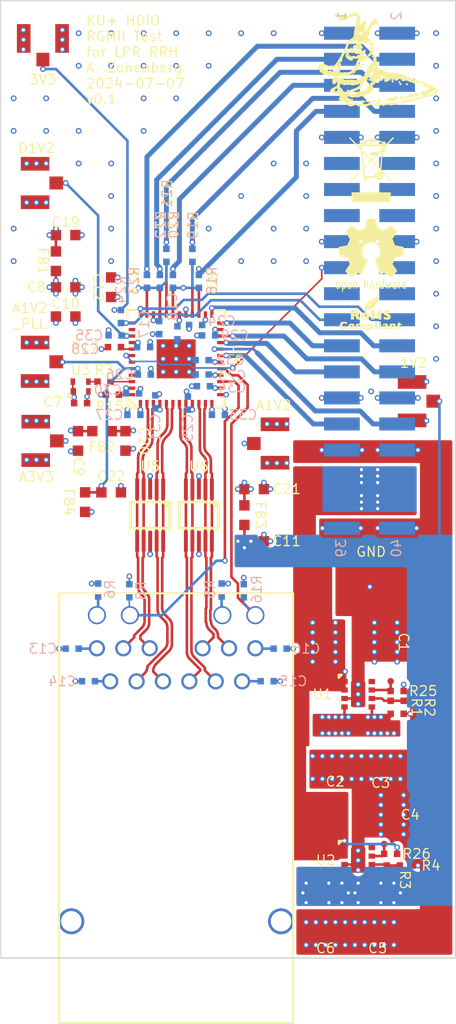
<source format=kicad_pcb>
(kicad_pcb (version 20240108) (generator "pcbnew") (generator_version "8.0")
  (layers (0 "F.Cu" signal) (1 "In1.Cu" signal) (2 "In2.Cu" signal) (31 "B.Cu" signal) (34 "B.Paste" user) (35 "F.Paste" user) (36 "B.SilkS" user "B.Silkscreen") (37 "F.SilkS" user "F.Silkscreen") (38 "B.Mask" user) (39 "F.Mask" user) (44 "Edge.Cuts" user))
  (net 0 "")
  (net 1 "/GND")
  (net 2 "/5V5")
  (net 3 "/3V3")
  (net 4 "/1V2")
  (net 5 "/D1V2")
  (net 6 "Net-(J2-CH1_TAP)")
  (net 7 "Net-(J2-CH2_TAP)")
  (net 8 "Net-(J2-CH3_TAP)")
  (net 9 "Net-(J2-CH4_TAP)")
  (net 10 "/A3V3")
  (net 11 "/A1V2")
  (net 12 "/A1V2_PLL")
  (net 13 "/ETH_RST_N")
  (net 15 "/ETH_RX_DV")
  (net 17 "/RGMII_TX_EN")
  (net 18 "/RGMII_TXD2")
  (net 19 "/ETH_RXD2")
  (net 21 "/ETH_RXD0")
  (net 22 "/RGMII_TXD1")
  (net 24 "/ETH_RXD3")
  (net 25 "/RGMII_TXD0")
  (net 26 "/ETH_RXD1")
  (net 27 "/RGMII_TXD3")
  (net 28 "/ETH_MDC")
  (net 29 "/RGMII_TX_CLK")
  (net 32 "/ETH_RX_CLK")
  (net 34 "/ETH_MDIO")
  (net 35 "Net-(J2-LED1_P)")
  (net 36 "/ETH_A_N")
  (net 37 "/ETH_A_P")
  (net 38 "/ETH_LED1_N")
  (net 39 "/ETH_C_P")
  (net 40 "/ETH_D_P")
  (net 41 "/ETH_LED2_N")
  (net 42 "/ETH_D_N")
  (net 43 "/ETH_B_P")
  (net 44 "/ETH_C_N")
  (net 45 "/ETH_B_N")
  (net 46 "Net-(J2-LED2_P)")
  (net 47 "/3V3_FB")
  (net 48 "/1V2_FB")
  (net 49 "Net-(U3-CLK)")
  (net 50 "/ETH_CLK_25MHZ")
  (net 51 "Net-(U4-RXD3{slash}MODE3)")
  (net 52 "Net-(U4-RXD2{slash}MODE2)")
  (net 53 "Net-(U4-RXD1{slash}MODE1)")
  (net 54 "Net-(U4-RXD0{slash}MODE0)")
  (net 55 "Net-(U4-RX_DV{slash}CLK125_EN)")
  (net 56 "Net-(U4-RX_CLK{slash}PHYAD2)")
  (net 57 "Net-(U4-ISET)")
  (net 58 "Net-(U4-CLK125_NDO{slash}LED_MODE)")
  (net 59 "/3V3_PGOOD")
  (net 60 "/1V2_PGOOD")
  (footprint "azonenberg_pcb:EIA_0402_RES_NOSILK" (layer "F.Cu") (at 61.75 79.55 -90)
    (property "Reference" "R12")
    (property "Value" "33" (hide yes))
  )
  (footprint "azonenberg_pcb:EIA_1812_CAP_NOSILK" (layer "F.Cu") (at 76.5 122.5)
    (property "Reference" "C4")
    (property "Value" "22 uF" (hide yes))
  )
  (footprint "azonenberg_pcb:EIA_0402_RES_NOSILK" (layer "F.Cu") (at 63.75 79.55 -90)
    (property "Reference" "R10")
    (property "Value" "33" (hide yes))
  )
  (footprint "azonenberg_pcb:SOP_10_0.5MM_3MM" (layer "F.Cu") (at 60.5 99.5 180)
    (property "Reference" "U5")
    (property "Value" "RCLAMP0514M" (hide yes))
  )
  (footprint "azonenberg_pcb:EIA_0402_RES_NOSILK" (layer "F.Cu") (at 79 114.25 90)
    (property "Reference" "R1")
    (property "Value" "100K" (hide yes))
  )
  (footprint "w_logo:Logo_silk_ROHS_5x2.8mm" (layer "F.Cu") (at 77.5 84)
    (property "Reference" "M3" (hide yes))
    (property "Value" "LOGO" (hide yes))
  )
  (footprint "azonenberg_pcb:CONN_BELFUSE_0826_1G1T_23_F" (layer "F.Cu") (at 62.5 127.5 180)
    (property "Reference" "J2" (hide yes))
    (property "Value" "0826-1G1T-23-F" (hide yes))
  )
  (footprint "azonenberg_pcb:EIA_0402_RES_NOSILK" (layer "F.Cu") (at 61.25 81.55 -90)
    (property "Reference" "R13")
    (property "Value" "33" (hide yes))
  )
  (footprint "azonenberg_pcb:EIA_0402_RES_NOSILK" (layer "F.Cu") (at 79.5 113 180)
    (property "Reference" "R25")
    (property "Value" "10K" (hide yes))
  )
  (footprint "azonenberg_pcb:EIA_0603_CAP_NOSILK" (layer "F.Cu") (at 68.5 101.5)
    (property "Reference" "C11")
    (property "Value" "4.7 uF" (hide yes))
  )
  (footprint "azonenberg_pcb:QFN_48_0.5MM_7x7MM" (layer "F.Cu") (at 62.5 87.5 90)
    (property "Reference" "U4")
    (property "Value" "KSZ9031RN" (hide yes))
  )
  (footprint "azonenberg_pcb:OSCILLATOR_1.6x1.2" (layer "F.Cu") (at 55.15 89.625)
    (property "Reference" "U3")
    (property "Value" "ECS-1612MV-250-CN" (hide yes))
  )
  (footprint "azonenberg_pcb:MODULE_CYNTEC_MUN12AD03-SE" (layer "F.Cu") (at 76.5 126)
    (property "Reference" "U2")
    (property "Value" "MUN12AD03-SE" (hide yes))
  )
  (footprint "azonenberg_pcb:EIA_1210_CAP_NOSILK" (layer "F.Cu") (at 78.25 117.25 -90)
    (property "Reference" "C3")
    (property "Value" "22 uF" (hide yes))
  )
  (footprint "azonenberg_pcb:EIA_0402_RES_NOSILK" (layer "F.Cu") (at 56.95 89.25 180)
    (property "Reference" "R7")
    (property "Value" "33" (hide yes))
  )
  (footprint "azonenberg_pcb:EIA_1210_CAP_NOSILK" (layer "F.Cu") (at 74 130 -90)
    (property "Reference" "C6")
    (property "Value" "22 uF" (hide yes))
  )
  (footprint "azonenberg_pcb:TESTPOINT_SMT_0.5MM" (layer "F.Cu") (at 79 112.25)
    (property "Reference" "TP9" (hide yes))
    (property "Value" "TESTPOINT" (hide yes))
  )
  (footprint "azonenberg_pcb:EIA_0603_CAP_NOSILK" (layer "F.Cu") (at 54 82)
    (property "Reference" "C8")
    (property "Value" "4.7 uF" (hide yes))
  )
  (footprint "azonenberg_pcb:EIA_0402_RES_NOSILK" (layer "F.Cu") (at 57.75 86.6)
    (property "Reference" "R17")
    (property "Value" "10K" (hide yes))
  )
  (footprint "azonenberg_pcb:EIA_0402_RES_NOSILK" (layer "F.Cu") (at 79 125.5 180)
    (property "Reference" "R26")
    (property "Value" "10K" (hide yes))
  )
  (footprint "azonenberg_pcb:CONN_U.FL_TE_1909763-1" (layer "F.Cu") (at 51.75 74 90)
    (property "Reference" "TP3" (hide yes))
    (property "Value" "U.FL" (hide yes))
  )
  (footprint "azonenberg_pcb:EIA_0603_INDUCTOR_NOSILK" (layer "F.Cu") (at 53.25 80 90)
    (property "Reference" "FB1")
    (property "Value" "MI0603J601R-10" (hide yes))
  )
  (footprint "azonenberg_pcb:TESTPOINT_SMT_KEYSTONE_5016" (layer "F.Cu") (at 77.5 105)
    (property "Reference" "TP8" (hide yes))
    (property "Value" "TESTCLIP" (hide yes))
  )
  (footprint "azonenberg_pcb:EIA_1210_CAP_NOSILK" (layer "F.Cu") (at 74.75 117.25 -90)
    (property "Reference" "C2")
    (property "Value" "22 uF" (hide yes))
  )
  (footprint "azonenberg_pcb:LONGTHING-1200DPI" (layer "F.Cu") (at 78.549031 64.879721)
    (property "Reference" "M1" (hide yes))
    (property "Value" "LOGO" (hide yes))
  )
  (footprint "azonenberg_pcb:EIA_0402_CAP_NOSILK" (layer "F.Cu") (at 55.15 90.9)
    (property "Reference" "C7")
    (property "Value" "0.47 uF" (hide yes))
  )
  (footprint "azonenberg_pcb:EIA_0402_RES_NOSILK" (layer "F.Cu") (at 62.25 81.55 -90)
    (property "Reference" "R11")
    (property "Value" "33" (hide yes))
  )
  (footprint "azonenberg_pcb:CONN_U.FL_TE_1909763-1" (layer "F.Cu") (at 51.75 87.725 90)
    (property "Reference" "TP4" (hide yes))
    (property "Value" "U.FL" (hide yes))
  )
  (footprint "azonenberg_pcb:EIA_1812_CAP_NOSILK" (layer "F.Cu") (at 76.25 109.25)
    (property "Reference" "C1")
    (property "Value" "22 uF" (hide yes))
  )
  (footprint "azonenberg_pcb:EIA_0603_CAP_NOSILK" (layer "F.Cu") (at 58.6 93.8 -90)
    (property "Reference" "C20")
    (property "Value" "4.7 uF" (hide yes))
  )
  (footprint "azonenberg_pcb:TESTPOINT_SMT_0.5MM" (layer "F.Cu") (at 78.5 124.75)
    (property "Reference" "TP7" (hide yes))
    (property "Value" "TESTPOINT" (hide yes))
  )
  (footprint "azonenberg_pcb:EIA_0603_INDUCTOR_NOSILK" (layer "F.Cu") (at 67.75 99.5 90)
    (property "Reference" "FB3")
    (property "Value" "MI0603J601R-10" (hide yes))
  )
  (footprint "azonenberg_pcb:EIA_0603_CAP_NOSILK" (layer "F.Cu") (at 57.5 97.75)
    (property "Reference" "C22")
    (property "Value" "4.7 uF" (hide yes))
  )
  (footprint "azonenberg_pcb:EIA_0603_CAP_NOSILK" (layer "F.Cu") (at 57.5 82 90)
    (property "Reference" "C12")
    (property "Value" "4.7 uF" (hide yes))
  )
  (footprint "azonenberg_pcb:SOP_10_0.5MM_3MM" (layer "F.Cu") (at 64.25 99.5 180)
    (property "Reference" "U6")
    (property "Value" "RCLAMP0514M" (hide yes))
  )
  (footprint "azonenberg_pcb:EIA_0603_CAP_NOSILK" (layer "F.Cu") (at 54 84.25 180)
    (property "Reference" "C10")
    (property "Value" "4.7 uF" (hide yes))
  )
  (footprint "azonenberg_pcb:EIA_0402_RES_NOSILK" (layer "F.Cu") (at 60.25 81.549999 -90)
    (property "Reference" "R14")
    (property "Value" "33" (hide yes))
  )
  (footprint "azonenberg_pcb:EIA_0603_CAP_NOSILK" (layer "F.Cu") (at 54 78)
    (property "Reference" "C19")
    (property "Value" "4.7 uF" (hide yes))
  )
  (footprint "azonenberg_pcb:EIA_0402_RES_NOSILK" (layer "F.Cu") (at 80.2 126.4)
    (property "Reference" "R4")
    (property "Value" "100K" (hide yes))
  )
  (footprint "azonenberg_pcb:EIA_0402_RES_NOSILK" (layer "F.Cu") (at 78.7 126.9 90)
    (property "Reference" "R3")
    (property "Value" "100K" (hide yes))
  )
  (footprint "azonenberg_pcb:CONN_U.FL_TE_1909763-1" (layer "F.Cu") (at 70 94 -90)
    (property "Reference" "TP5" (hide yes))
    (property "Value" "U.FL" (hide yes))
  )
  (footprint "w_logo:Logo_silk_OSHW_6x6mm" (layer "F.Cu") (at 77.5 79)
    (property "Reference" "M2" (hide yes))
    (property "Value" "LOGO" (hide yes))
  )
  (footprint "azonenberg_pcb:CONN_U.FL_TE_1909763-1" (layer "F.Cu") (at 80.75 90.75 90)
    (property "Reference" "TP2" (hide yes))
    (property "Value" "U.FL" (hide yes))
  )
  (footprint "azonenberg_pcb:EIA_0402_RES_NOSILK" (layer "F.Cu") (at 64.25 81.55 -90)
    (property "Reference" "R9")
    (property "Value" "33" (hide yes))
  )
  (footprint "azonenberg_pcb:EIA_0402_RES_NOSILK" (layer "F.Cu") (at 80 114.250001 -90)
    (property "Reference" "R2")
    (property "Value" "22.1K" (hide yes))
  )
  (footprint "azonenberg_pcb:EIA_0603_CAP_NOSILK" (layer "F.Cu") (at 68.5 97.5)
    (property "Reference" "C21")
    (property "Value" "4.7 uF" (hide yes))
  )
  (footprint "azonenberg_pcb:CONN_U.FL_TE_1909763-1" (layer "F.Cu") (at 51.8 93.8 90)
    (property "Reference" "TP6" (hide yes))
    (property "Value" "U.FL" (hide yes))
  )
  (footprint "azonenberg_pcb:EIA_0603_INDUCTOR_NOSILK" (layer "F.Cu") (at 56.8 93.05)
    (property "Reference" "FB2")
    (property "Value" "MI0603J601R-10" (hide yes))
  )
  (footprint "azonenberg_pcb:EIA_0402_RES_NOSILK" (layer "F.Cu") (at 57.6 90.25)
    (property "Reference" "R15")
    (property "Value" "12.1K 1%" (hide yes))
  )
  (footprint "azonenberg_pcb:MODULE_CYNTEC_MUN12AD03-SE" (layer "F.Cu") (at 76.5 113.25)
    (property "Reference" "U1")
    (property "Value" "MUN12AD03-SE" (hide yes))
  )
  (footprint "azonenberg_pcb:EIA_1210_CAP_NOSILK" (layer "F.Cu") (at 78 130 -90)
    (property "Reference" "C5")
    (property "Value" "22 uF" (hide yes))
  )
  (footprint "azonenberg_pcb:EIA_0603_INDUCTOR_NOSILK" (layer "F.Cu") (at 55.5 98.5 90)
    (property "Reference" "FB4")
    (property "Value" "MI0603J601R-10" (hide yes))
  )
  (footprint "azonenberg_pcb:EIA_0603_CAP_NOSILK" (layer "F.Cu") (at 54.95 93.8 -90)
    (property "Reference" "C9")
    (property "Value" "4.7 uF" (hide yes))
  )
  (footprint "azonenberg_pcb:CONN_U.FL_TE_1909763-1" (layer "F.Cu") (at 52.25 63)
    (property "Reference" "TP1" (hide yes))
    (property "Value" "U.FL" (hide yes))
  )
  (footprint "w_logo:Logo_silk_WEEE_3.4x5mm" (layer "F.Cu") (at 77.5 73)
    (property "Reference" "M4" (hide yes))
    (property "Value" "LOGO" (hide yes))
  )
  (footprint "azonenberg_pcb:EIA_0402_CAP_NOSILK" (layer "B.Cu") (at 64.6 89.6 180)
    (property "Reference" "C34")
    (property "Value" "0.47 uF" (hide yes))
  )
  (footprint "azonenberg_pcb:EIA_0402_RES_NOSILK" (layer "B.Cu") (at 62.25 81.55 90)
    (property "Reference" "R20")
    (property "Value" "10K" (hide yes))
  )
  (footprint "azonenberg_pcb:EIA_0402_CAP_NOSILK" (layer "B.Cu") (at 70.5 109.75 180)
    (property "Reference" "C16")
    (property "Value" "0.1 uF" (hide yes))
  )
  (footprint "azonenberg_pcb:EIA_0402_CAP_NOSILK" (layer "B.Cu") (at 62.6 85.5 -90)
    (property "Reference" "C18")
    (property "Value" "0.47 uF" (hide yes))
  )
  (footprint "azonenberg_pcb:EIA_0402_CAP_NOSILK" (layer "B.Cu") (at 63.4 90.9 90)
    (property "Reference" "C25")
    (property "Value" "0.47 uF" (hide yes))
  )
  (footprint "azonenberg_pcb:EIA_0402_CAP_NOSILK" (layer "B.Cu") (at 64 84.9 180)
    (property "Reference" "C24")
    (property "Value" "0.47 uF" (hide yes))
  )
  (footprint "azonenberg_pcb:EIA_0402_CAP_NOSILK" (layer "B.Cu") (at 60 86.6)
    (property "Reference" "C28")
    (property "Value" "0.47 uF" (hide yes))
  )
  (footprint "azonenberg_pcb:EIA_0402_CAP_NOSILK" (layer "B.Cu") (at 55.75 112.25)
    (property "Reference" "C14")
    (property "Value" "0.1 uF" (hide yes))
  )
  (footprint "azonenberg_pcb:EIA_0402_CAP_NOSILK" (layer "B.Cu") (at 65 85.7 180)
    (property "Reference" "C29")
    (property "Value" "0.47 uF" (hide yes))
  )
  (footprint "azonenberg_pcb:EIA_0402_CAP_NOSILK" (layer "B.Cu") (at 59.25 91.8 180)
    (property "Reference" "C27")
    (property "Value" "0.47 uF" (hide yes))
  )
  (footprint "azonenberg_pcb:EIA_0402_CAP_NOSILK" (layer "B.Cu") (at 64.5 88.7 180)
    (property "Reference" "C23")
    (property "Value" "0.47 uF" (hide yes))
  )
  (footprint "azonenberg_pcb:EIA_0402_CAP_NOSILK" (layer "B.Cu") (at 69.5 112.25 180)
    (property "Reference" "C15")
    (property "Value" "0.1 uF" (hide yes))
  )
  (footprint "azonenberg_pcb:CONN_HEADER_2.0MM_2x20_SMT_MOLEX_0877594014" (layer "B.Cu") (at 77.375 81.5 -90)
    (property "Reference" "J1" (hide yes))
    (property "Value" "LPR_HEADER" (hide yes))
  )
  (footprint "azonenberg_pcb:EIA_0402_RES_NOSILK" (layer "B.Cu") (at 61.25 81.55 90)
    (property "Reference" "R22")
    (property "Value" "10K" (hide yes))
  )
  (footprint "azonenberg_pcb:EIA_0402_RES_NOSILK" (layer "B.Cu") (at 66 105.25 -90)
    (property "Reference" "R5")
    (property "Value" "470" (hide yes))
  )
  (footprint "azonenberg_pcb:EIA_0402_CAP_NOSILK" (layer "B.Cu") (at 57.8 85.7 180)
    (property "Reference" "C35")
    (property "Value" "0.47 uF" (hide yes))
  )
  (footprint "azonenberg_pcb:EIA_0402_CAP_NOSILK" (layer "B.Cu") (at 60.050001 88.7)
    (property "Reference" "C26")
    (property "Value" "0.47 uF" (hide yes))
  )
  (footprint "azonenberg_pcb:EIA_0402_CAP_NOSILK" (layer "B.Cu") (at 61.2 85.1 -90)
    (property "Reference" "C17")
    (property "Value" "0.47 uF" (hide yes))
  )
  (footprint "azonenberg_pcb:EIA_0402_RES_NOSILK" (layer "B.Cu") (at 67.7 105.3 -90)
    (property "Reference" "R16")
    (property "Value" "1K" (hide yes))
  )
  (footprint "azonenberg_pcb:EIA_0402_RES_NOSILK" (layer "B.Cu") (at 63.75 79.55 90)
    (property "Reference" "R19")
    (property "Value" "10K" (hide yes))
  )
  (footprint "azonenberg_pcb:EIA_0402_RES_NOSILK" (layer "B.Cu") (at 56.5 105.25 -90)
    (property "Reference" "R6")
    (property "Value" "470" (hide yes))
  )
  (footprint "azonenberg_pcb:EIA_0402_RES_NOSILK" (layer "B.Cu") (at 58.9 105.3 -90)
    (property "Reference" "R8")
    (property "Value" "1K" (hide yes))
  )
  (footprint "azonenberg_pcb:EIA_0402_CAP_NOSILK" (layer "B.Cu") (at 59.15 90.15)
    (property "Reference" "C30")
    (property "Value" "0.47 uF" (hide yes))
  )
  (footprint "azonenberg_pcb:EIA_0402_RES_NOSILK" (layer "B.Cu") (at 60.25 81.55 90)
    (property "Reference" "R23")
    (property "Value" "10K" (hide yes))
  )
  (footprint "azonenberg_pcb:EIA_0402_RES_NOSILK" (layer "B.Cu") (at 64.25 81.55 90)
    (property "Reference" "R18")
    (property "Value" "10K" (hide yes))
  )
  (footprint "azonenberg_pcb:EIA_0402_CAP_NOSILK" (layer "B.Cu") (at 64.5 87.6 180)
    (property "Reference" "C32")
    (property "Value" "0.47 uF" (hide yes))
  )
  (footprint "azonenberg_pcb:EIA_0402_CAP_NOSILK" (layer "B.Cu") (at 54.5 109.75)
    (property "Reference" "C13")
    (property "Value" "0.1 uF" (hide yes))
  )
  (footprint "azonenberg_pcb:EIA_0402_CAP_NOSILK" (layer "B.Cu") (at 65.75 91.8)
    (property "Reference" "C33")
    (property "Value" "0.47 uF" (hide yes))
  )
  (footprint "azonenberg_pcb:EIA_0402_CAP_NOSILK" (layer "B.Cu") (at 60.9 90.8 90)
    (property "Reference" "C31")
    (property "Value" "0.47 uF" (hide yes))
  )
  (footprint "azonenberg_pcb:EIA_0402_RES_NOSILK" (layer "B.Cu") (at 61.75 79.55 90)
    (property "Reference" "R21")
    (property "Value" "10K" (hide yes))
  )
  (footprint "azonenberg_pcb:EIA_0402_RES_NOSILK" (layer "B.Cu") (at 58.25 84.25 -90)
    (property "Reference" "R24")
    (property "Value" "1K" (hide yes))
  )
  (gr_line (start 84 133.5) (end 84 60) (stroke (width 0.1)) (layer "Edge.Cuts"))
  (gr_line (start 84 60) (end 49 60) (stroke (width 0.1)) (layer "Edge.Cuts"))
  (gr_line (start 49 60) (end 49 133.5) (stroke (width 0.1)) (layer "Edge.Cuts"))
  (gr_line (start 49 133.5) (end 84 133.5) (stroke (width 0.1)) (layer "Edge.Cuts"))
  (gr_text "D1V2" (at 51.75 71.75 0) (layer "F.SilkS") (effects (font (size 0.75 0.75) (thickness 0.1)) (justify bottom)))
  (gr_text "KU+ HDIO\nRGMII Test\nfor LPR RRH\nA. Zonenberg\n2024-07-07\nv0.1" (at 55.5 68 0) (layer "F.SilkS") (effects (font (size 0.75 0.75) (thickness 0.1)) (justify left bottom)))
  (gr_text "A3V3" (at 51.75 97 0) (layer "F.SilkS") (effects (font (size 0.75 0.75) (thickness 0.1)) (justify bottom)))
  (gr_text "GND" (at 77.5 102.75 0) (layer "F.SilkS") (effects (font (size 0.75 0.75) (thickness 0.1)) (justify bottom)))
  (gr_text "1V2" (at 80.75 88.25 0) (layer "F.SilkS") (effects (font (size 0.75 0.75) (thickness 0.1)) (justify bottom)))
  (gr_text "A1V2" (at 70 91.5 0) (layer "F.SilkS") (effects (font (size 0.75 0.75) (thickness 0.1)) (justify bottom)))
  (gr_text "3V3" (at 52.25 66.5 0) (layer "F.SilkS") (effects (font (size 0.75 0.75) (thickness 0.1)) (justify bottom)))
  (gr_text "A1V2\n_PLL" (at 51.25 85.25 0) (layer "F.SilkS") (effects (font (size 0.75 0.75) (thickness 0.1)) (justify bottom)))
  (segment (start 64.25 101.500001) (end 64.25 102.5) (width 0.2) (layer "F.Cu") (net 1))
  (segment (start 74.5 118) (end 74.5 118.9) (width 0.2) (layer "F.Cu") (net 1))
  (segment (start 80.7 126.4) (end 81.1 126.4) (width 0.2) (layer "F.Cu") (net 1))
  (segment (start 54.45 94.55) (end 54.4 94.6) (width 0.2) (layer "F.Cu") (net 1))
  (segment (start 54.75 82) (end 54.75 82.5) (width 0.2) (layer "F.Cu") (net 1))
  (segment (start 80 122.5) (end 79.1 122.5) (width 0.2) (layer "F.Cu") (net 1))
  (segment (start 57.5 81.25) (end 58 81.25) (width 0.2) (layer "F.Cu") (net 1))
  (segment (start 58.25 97.75) (end 58.25 97.25) (width 0.2) (layer "F.Cu") (net 1))
  (segment (start 63.25 84.1) (end 63.25 83.7) (width 0.2) (layer "F.Cu") (net 1))
  (segment (start 76.175 126.325) (end 76.5 126) (width 0.2) (layer "F.Cu") (net 1))
  (segment (start 60.5 101.500001) (end 60.5 102.5) (width 0.2) (layer "F.Cu") (net 1))
  (segment (start 59.05 94.55) (end 59.2 94.4) (width 0.125) (layer "F.Cu") (net 1))
  (segment (start 54.75 82) (end 54.75 81.5) (width 0.2) (layer "F.Cu") (net 1))
  (segment (start 54.75 78) (end 55.25 78) (width 0.2) (layer "F.Cu") (net 1))
  (segment (start 76.175 113.575) (end 76.5 113.25) (width 0.2) (layer "F.Cu") (net 1))
  (segment (start 55.75 90.3) (end 55.65 90.4) (width 0.125) (layer "F.Cu") (net 1))
  (segment (start 78.25 118) (end 78.25 118.9) (width 0.2) (layer "F.Cu") (net 1))
  (segment (start 55.75 90) (end 55.75 90.3) (width 0.125) (layer "F.Cu") (net 1))
  (segment (start 69.25 101.5) (end 69.25 101) (width 0.2) (layer "F.Cu") (net 1))
  (segment (start 55.65 90.4) (end 55.65 90.9) (width 0.125) (layer "F.Cu") (net 1))
  (segment (start 77.5 105) (end 77.4 105) (width 0.381) (layer "F.Cu") (net 1))
  (segment (start 54.75 82) (end 55.25 82) (width 0.2) (layer "F.Cu") (net 1))
  (segment (start 69.25 97.5) (end 69.75 97.5) (width 0.2) (layer "F.Cu") (net 1))
  (segment (start 69.25 97.5) (end 69.25 97) (width 0.2) (layer "F.Cu") (net 1))
  (segment (start 54.95 94.55) (end 54.45 94.55) (width 0.2) (layer "F.Cu") (net 1))
  (segment (start 65.9 90.25) (end 66.35 90.25) (width 0.2) (layer "F.Cu") (net 1))
  (segment (start 75.45 113.575) (end 76.175 113.575) (width 0.2) (layer "F.Cu") (net 1))
  (segment (start 77.75 130.75) (end 77.75 131.65) (width 0.2) (layer "F.Cu") (net 1))
  (segment (start 79.5 109.25) (end 78.6 109.25) (width 0.2) (layer "F.Cu") (net 1))
  (segment (start 74 130.75) (end 74 131.65) (width 0.2) (layer "F.Cu") (net 1))
  (segment (start 53.25 84.25) (end 53.25 84.75) (width 0.2) (layer "F.Cu") (net 1))
  (segment (start 75.45 126.325) (end 76.175 126.325) (width 0.2) (layer "F.Cu") (net 1))
  (segment (start 57.1 90.25) (end 56.7 90.25) (width 0.125) (layer "F.Cu") (net 1))
  (segment (start 58.6 94.55) (end 59.05 94.55) (width 0.125) (layer "F.Cu") (net 1))
  (segment (start 80 114.75) (end 80.5 114.75) (width 0.2) (layer "F.Cu") (net 1))
  (segment (start 69.25 101.5) (end 69.75 101.5) (width 0.2) (layer "F.Cu") (net 1))
  (via (at 71 92.5) (size 0.45) (drill 0.25) (layers "F.Cu" "B.Cu") (net 1))
  (via (at 57.5 72.5) (size 0.45) (drill 0.25) (layers "F.Cu" "B.Cu") (net 1))
  (via (at 72.5 75) (size 0.45) (drill 0.25) (layers "F.Cu" "B.Cu") (net 1))
  (via (at 73 119.75) (size 0.45) (drill 0.25) (layers "F.Cu" "B.Cu") (net 1))
  (via (at 73.7 78.5) (size 0.45) (drill 0.25) (layers "F.Cu" "B.Cu") (net 1))
  (via (at 81.75 89.25) (size 0.45) (drill 0.25) (layers "F.Cu" "B.Cu") (net 1))
  (via (at 82.5 87.5) (size 0.45) (drill 0.25) (layers "F.Cu" "B.Cu") (net 1))
  (via (at 58.75 91.4) (size 0.45) (drill 0.25) (layers "F.Cu" "B.Cu") (net 1))
  (via (at 72.5 132.5) (size 0.45) (drill 0.25) (layers "F.Cu" "B.Cu") (net 1))
  (via (at 81 70.5) (size 0.45) (drill 0.25) (layers "F.Cu" "B.Cu") (net 1))
  (via (at 72.5 72.5) (size 0.45) (drill 0.25) (layers "F.Cu" "B.Cu") (net 1))
  (via (at 54.75 81.5) (size 0.45) (drill 0.25) (layers "F.Cu" "B.Cu") (net 1))
  (via (at 61.5 87.5) (size 0.45) (drill 0.25) (layers "F.Cu" "B.Cu") (net 1))
  (via (at 50.75 62.25) (size 0.45) (drill 0.25) (layers "F.Cu" "B.Cu") (net 1))
  (via (at 69.25 101) (size 0.45) (drill 0.25) (layers "F.Cu" "B.Cu") (net 1))
  (via (at 73.25 132.5) (size 0.45) (drill 0.25) (layers "F.Cu" "B.Cu") (net 1))
  (via (at 82.5 82.5) (size 0.45) (drill 0.25) (layers "F.Cu" "B.Cu") (net 1))
  (via (at 77.75 110.75) (size 0.45) (drill 0.25) (layers "F.Cu" "B.Cu") (net 1))
  (via (at 53.75 63) (size 0.45) (drill 0.25) (layers "F.Cu" "B.Cu") (net 1))
  (via (at 62.5 88.5) (size 0.45) (drill 0.25) (layers "F.Cu" "B.Cu") (net 1))
  (via (at 57.5 65) (size 0.45) (drill 0.25) (layers "F.Cu" "B.Cu") (net 1))
  (via (at 79.25 132.5) (size 0.45) (drill 0.25) (layers "F.Cu" "B.Cu") (net 1))
  (via (at 78.25 123.25) (size 0.45) (drill 0.25) (layers "F.Cu" "B.Cu") (net 1))
  (via (at 76.7 62.5) (size 0.45) (drill 0.25) (layers "F.Cu" "B.Cu") (net 1))
  (via (at 76.7 78.5) (size 0.45) (drill 0.25) (layers "F.Cu" "B.Cu") (net 1))
  (via (at 76.25 130.75) (size 0.45) (drill 0.25) (layers "F.Cu" "B.Cu") (net 1))
  (via (at 78.25 121.75) (size 0.45) (drill 0.25) (layers "F.Cu" "B.Cu") (net 1))
  (via (at 55.65 90.4) (size 0.45) (drill 0.25) (layers "F.Cu" "B.Cu") (net 1))
  (via (at 56.7 90.25) (size 0.45) (drill 0.25) (layers "F.Cu" "B.Cu") (net 1))
  (via (at 63.7 89.6) (size 0.45) (drill 0.25) (layers "F.Cu" "B.Cu") (net 1))
  (via (at 79 119.75) (size 0.45) (drill 0.25) (layers "F.Cu" "B.Cu") (net 1))
  (via (at 73.75 119.75) (size 0.45) (drill 0.25) (layers "F.Cu" "B.Cu") (net 1))
  (via (at 62.5 62.5) (size 0.45) (drill 0.25) (layers "F.Cu" "B.Cu") (net 1))
  (via (at 81.1 94.5) (size 0.45) (drill 0.25) (layers "F.Cu" "B.Cu") (net 1))
  (via (at 60.55 88.25) (size 0.45) (drill 0.25) (layers "F.Cu" "B.Cu") (net 1))
  (via (at 60 65) (size 0.45) (drill 0.25) (layers "F.Cu" "B.Cu") (net 1))
  (via (at 82.5 67.5) (size 0.45) (drill 0.25) (layers "F.Cu" "B.Cu") (net 1))
  (via (at 77.75 110) (size 0.45) (drill 0.25) (layers "F.Cu" "B.Cu") (net 1))
  (via (at 58 81.25) (size 0.45) (drill 0.25) (layers "F.Cu" "B.Cu") (net 1))
  (via (at 79.75 118) (size 0.45) (drill 0.25) (layers "F.Cu" "B.Cu") (net 1))
  (via (at 82.5 85) (size 0.45) (drill 0.25) (layers "F.Cu" "B.Cu") (net 1))
  (via (at 79.25 130.75) (size 0.45) (drill 0.25) (layers "F.Cu" "B.Cu") (net 1))
  (via (at 77 130.75) (size 0.45) (drill 0.25) (layers "F.Cu" "B.Cu") (net 1))
  (via (at 69.25 97) (size 0.45) (drill 0.25) (layers "F.Cu" "B.Cu") (net 1))
  (via (at 78.5 132.5) (size 0.45) (drill 0.25) (layers "F.Cu" "B.Cu") (net 1))
  (via (at 53.25 84.75) (size 0.45) (drill 0.25) (layers "F.Cu" "B.Cu") (net 1))
  (via (at 76.75 118) (size 0.45) (drill 0.25) (layers "F.Cu" "B.Cu") (net 1))
  (via (at 78 78.5) (size 0.45) (drill 0.25) (layers "F.Cu" "B.Cu") (net 1))
  (via (at 51 86.25) (size 0.45) (drill 0.25) (layers "F.Cu" "B.Cu") (net 1))
  (via (at 62.5 67.5) (size 0.45) (drill 0.25) (layers "F.Cu" "B.Cu") (net 1))
  (via (at 67.7 104.3) (size 0.45) (drill 0.25) (layers "F.Cu" "B.Cu") (net 1))
  (via (at 77 132.5) (size 0.45) (drill 0.25) (layers "F.Cu" "B.Cu") (net 1))
  (via (at 70.25 95.5) (size 0.45) (drill 0.25) (layers "F.Cu" "B.Cu") (net 1))
  (via (at 60.5 86.2) (size 0.45) (drill 0.25) (layers "F.Cu" "B.Cu") (net 1))
  (via (at 78.25 122.5) (size 0.45) (drill 0.25) (layers "F.Cu" "B.Cu") (net 1))
  (via (at 81.1 90.5) (size 0.45) (drill 0.25) (layers "F.Cu" "B.Cu") (net 1))
  (via (at 57.3 85.3) (size 0.45) (drill 0.25) (layers "F.Cu" "B.Cu") (net 1))
  (via (at 80 122.5) (size 0.45) (drill 0.25) (layers "F.Cu" "B.Cu") (net 1))
  (via (at 63.5 88.5) (size 0.45) (drill 0.25) (layers "F.Cu" "B.Cu") (net 1))
  (via (at 73 118) (size 0.45) (drill 0.25) (layers "F.Cu" "B.Cu") (net 1))
  (via (at 77.75 130.75) (size 0.45) (drill 0.25) (layers "F.Cu" "B.Cu") (net 1))
  (via (at 73.25 130.75) (size 0.45) (drill 0.25) (layers "F.Cu" "B.Cu") (net 1))
  (via (at 70.5 112.25) (size 0.45) (drill 0.25) (layers "F.Cu" "B.Cu") (net 1))
  (via (at 81.75 92.25) (size 0.45) (drill 0.25) (layers "F.Cu" "B.Cu") (net 1))
  (via (at 63.5 86.5) (size 0.45) (drill 0.25) (layers "F.Cu" "B.Cu") (net 1))
  (via (at 57.5 75) (size 0.45) (drill 0.25) (layers "F.Cu" "B.Cu") (net 1))
  (via (at 77.75 132.5) (size 0.45) (drill 0.25) (layers "F.Cu" "B.Cu") (net 1))
  (via (at 75.25 118) (size 0.45) (drill 0.25) (layers "F.Cu" "B.Cu") (net 1))
  (via (at 71.5 109.75) (size 0.45) (drill 0.25) (layers "F.Cu" "B.Cu") (net 1))
  (via (at 77.75 108.5) (size 0.45) (drill 0.25) (layers "F.Cu" "B.Cu") (net 1))
  (via (at 75.5 130.75) (size 0.45) (drill 0.25) (layers "F.Cu" "B.Cu") (net 1))
  (via (at 51.75 72.5) (size 0.45) (drill 0.25) (layers "F.Cu" "B.Cu") (net 1))
  (via (at 78 62.5) (size 0.45) (drill 0.25) (layers "F.Cu" "B.Cu") (net 1))
  (via (at 59.2 94.4) (size 0.45) (drill 0.25) (layers "F.Cu" "B.Cu") (net 1))
  (via (at 63.25 83.7) (size 0.45) (drill 0.25) (layers "F.Cu" "B.Cu") (net 1))
  (via (at 77.5 118) (size 0.45) (drill 0.25) (layers "F.Cu" "B.Cu") (net 1))
  (via (at 80 121) (size 0.45) (drill 0.25) (layers "F.Cu" "B.Cu") (net 1))
  (via (at 81 100.5) (size 0.45) (drill 0.25) (layers "F.Cu" "B.Cu") (net 1))
  (via (at 78.25 121) (size 0.45) (drill 0.25) (layers "F.Cu" "B.Cu") (net 1))
  (via (at 79.5 107.75) (size 0.45) (drill 0.25) (layers "F.Cu" "B.Cu") (net 1))
  (via (at 79.5 109.25) (size 0.45) (drill 0.25) (layers "F.Cu" "B.Cu") (net 1))
  (via (at 50.75 63) (size 0.45) (drill 0.25) (layers "F.Cu" "B.Cu") (net 1))
  (via (at 60.7 85.6) (size 0.45) (drill 0.25) (layers "F.Cu" "B.Cu") (net 1))
  (via (at 52.5 72.5) (size 0.45) (drill 0.25) (layers "F.Cu" "B.Cu") (net 1))
  (via (at 57.5 80) (size 0.45) (drill 0.25) (layers "F.Cu" "B.Cu") (net 1))
  (via (at 60 62.5) (size 0.45) (drill 0.25) (layers "F.Cu" "B.Cu") (net 1))
  (via (at 65 62.5) (size 0.45) (drill 0.25) (layers "F.Cu" "B.Cu") (net 1))
  (via (at 73.7 70.5) (size 0.45) (drill 0.25) (layers "F.Cu" "B.Cu") (net 1))
  (via (at 74.75 132.5) (size 0.45) (drill 0.25) (layers "F.Cu" "B.Cu") (net 1))
  (via (at 73.7 62.5) (size 0.45) (drill 0.25) (layers "F.Cu" "B.Cu") (net 1))
  (via (at 66.25 91.35) (size 0.45) (drill 0.25) (layers "F.Cu" "B.Cu") (net 1))
  (via (at 77.5 90) (size 0.45) (drill 0.25) (layers "F.Cu" "B.Cu") (net 1))
  (via (at 77.75 109.25) (size 0.45) (drill 0.25) (layers "F.Cu" "B.Cu") (net 1))
  (via (at 63.5 87.5) (size 0.45) (drill 0.25) (layers "F.Cu" "B.Cu") (net 1))
  (via (at 50.75 63.75) (size 0.45) (drill 0.25) (layers "F.Cu" "B.Cu") (net 1))
  (via (at 69.5 92.5) (size 0.45) (drill 0.25) (layers "F.Cu" "B.Cu") (net 1))
  (via (at 76.5 113.25) (size 0.45) (drill 0.25) (layers "F.Cu" "B.Cu") (net 1))
  (via (at 57.5 77.5) (size 0.45) (drill 0.25) (layers "F.Cu" "B.Cu") (net 1))
  (via (at 70 62.5) (size 0.45) (drill 0.25) (layers "F.Cu" "B.Cu") (net 1))
  (via (at 51 95.25) (size 0.45) (drill 0.25) (layers "F.Cu" "B.Cu") (net 1))
  (via (at 74.5 118) (size 0.45) (drill 0.25) (layers "F.Cu" "B.Cu") (net 1))
  (via (at 81 78.5) (size 0.45) (drill 0.25) (layers "F.Cu" "B.Cu") (net 1))
  (via (at 55 62.5) (size 0.45) (drill 0.25) (layers "F.Cu" "B.Cu") (net 1))
  (via (at 78.25 119.75) (size 0.45) (drill 0.25) (layers "F.Cu" "B.Cu") (net 1))
  (via (at 51.75 92.25) (size 0.45) (drill 0.25) (layers "F.Cu" "B.Cu") (net 1))
  (via (at 72.5 130.75) (size 0.45) (drill 0.25) (layers "F.Cu" "B.Cu") (net 1))
  (via (at 63.5 85.2) (size 0.45) (drill 0.25) (layers "F.Cu" "B.Cu") (net 1))
  (via (at 62.5 87.5) (size 0.45) (drill 0.25) (layers "F.Cu" "B.Cu") (net 1))
  (via (at 79.5 110.75) (size 0.45) (drill 0.25) (layers "F.Cu" "B.Cu") (net 1))
  (via (at 76.7 90.5) (size 0.45) (drill 0.25) (layers "F.Cu" "B.Cu") (net 1))
  (via (at 76.5 125.25) (size 0.45) (drill 0.25) (layers "F.Cu" "B.Cu") (net 1))
  (via (at 76 119.75) (size 0.45) (drill 0.25) (layers "F.Cu" "B.Cu") (net 1))
  (via (at 52.5 70) (size 0.45) (drill 0.25) (layers "F.Cu" "B.Cu") (net 1))
  (via (at 60 67.5) (size 0.45) (drill 0.25) (layers "F.Cu" "B.Cu") (net 1))
  (via (at 52.5 89.25) (size 0.45) (drill 0.25) (layers "F.Cu" "B.Cu") (net 1))
  (via (at 61.5 86.5) (size 0.45) (drill 0.25) (layers "F.Cu" "B.Cu") (net 1))
  (via (at 77.5 119.75) (size 0.45) (drill 0.25) (layers "F.Cu" "B.Cu") (net 1))
  (via (at 69.5 95.5) (size 0.45) (drill 0.25) (layers "F.Cu" "B.Cu") (net 1))
  (via (at 61.2 90.2) (size 0.45) (drill 0.25) (layers "F.Cu" "B.Cu") (net 1))
  (via (at 82.5 70) (size 0.45) (drill 0.25) (layers "F.Cu" "B.Cu") (net 1))
  (via (at 67.5 75) (size 0.45) (drill 0.25) (layers "F.Cu" "B.Cu") (net 1))
  (via (at 75.5 132.5) (size 0.45) (drill 0.25) (layers "F.Cu" "B.Cu") (net 1))
  (via (at 76.75 119.75) (size 0.45) (drill 0.25) (layers "F.Cu" "B.Cu") (net 1))
  (via (at 65 77.5) (size 0.45) (drill 0.25) (layers "F.Cu" "B.Cu") (net 1))
  (via (at 52.5 92.25) (size 0.45) (drill 0.25) (layers "F.Cu" "B.Cu") (net 1))
  (via (at 73.7 90.5) (size 0.45) (drill 0.25) (layers "F.Cu" "B.Cu") (net 1))
  (via (at 55.25 82) (size 0.45) (drill 0.25) (layers "F.Cu" "B.Cu") (net 1))
  (via (at 81.1 126.4) (size 0.45) (drill 0.25) (layers "F.Cu" "B.Cu") (net 1))
  (via (at 61.5 88.5) (size 0.45) (drill 0.25) (layers "F.Cu" "B.Cu") (net 1))
  (via (at 77.75 107.75) (size 0.45) (drill 0.25) (layers "F.Cu" "B.Cu") (net 1))
  (via (at 51 89.25) (size 0.45) (drill 0.25) (layers "F.Cu" "B.Cu") (net 1))
  (via (at 51 75.5) (size 0.45) (drill 0.25) (layers "F.Cu" "B.Cu") (net 1))
  (via (at 76.5 126) (size 0.45) (drill 0.25) (layers "F.Cu" "B.Cu") (net 1))
  (via (at 64.25 102.5) (size 0.45) (drill 0.25) (layers "F.Cu" "B.Cu") (net 1))
  (via (at 78 90.5) (size 0.45) (drill 0.25) (layers "F.Cu" "B.Cu") (net 1))
  (via (at 76.25 132.5) (size 0.45) (drill 0.25) (layers "F.Cu" "B.Cu") (net 1))
  (via (at 78 100.5) (size 0.45) (drill 0.25) (layers "F.Cu" "B.Cu") (net 1))
  (via (at 54.75 82.5) (size 0.45) (drill 0.25) (layers "F.Cu" "B.Cu") (net 1))
  (via (at 76.7 100.5) (size 0.45) (drill 0.25) (layers "F.Cu" "B.Cu") (net 1))
  (via (at 73.7 94.5) (size 0.45) (drill 0.25) (layers "F.Cu" "B.Cu") (net 1))
  (via (at 62.5 86.5) (size 0.45) (drill 0.25) (layers "F.Cu" "B.Cu") (net 1))
  (via (at 52.5 95.25) (size 0.45) (drill 0.25) (layers "F.Cu" "B.Cu") (net 1))
  (via (at 58.25 97.25) (size 0.45) (drill 0.25) (layers "F.Cu" "B.Cu") (net 1))
  (via (at 78.25 124) (size 0.45) (drill 0.25) (layers "F.Cu" "B.Cu") (net 1))
  (via (at 53.75 63.75) (size 0.45) (drill 0.25) (layers "F.Cu" "B.Cu") (net 1))
  (via (at 70 77.5) (size 0.45) (drill 0.25) (layers "F.Cu" "B.Cu") (net 1))
  (via (at 59.6 82.05) (size 0.45) (drill 0.25) (layers "F.Cu" "B.Cu") (net 1))
  (via (at 74.75 130.75) (size 0.45) (drill 0.25) (layers "F.Cu" "B.Cu") (net 1))
  (via (at 51.75 75.5) (size 0.45) (drill 0.25) (layers "F.Cu" "B.Cu") (net 1))
  (via (at 82.5 62.5) (size 0.45) (drill 0.25) (layers "F.Cu" "B.Cu") (net 1))
  (via (at 78.25 118) (size 0.45) (drill 0.25) (layers "F.Cu" "B.Cu") (net 1))
  (via (at 59.75 89.8) (size 0.45) (drill 0.25) (layers "F.Cu" "B.Cu") (net 1))
  (via (at 81 62.5) (size 0.45) (drill 0.25) (layers "F.Cu" "B.Cu") (net 1))
  (via (at 70.25 92.5) (size 0.45) (drill 0.25) (layers "F.Cu" "B.Cu") (net 1))
  (via (at 82.5 77.5) (size 0.45) (drill 0.25) (layers "F.Cu" "B.Cu") (net 1))
  (via (at 82.5 72.5) (size 0.45) (drill 0.25) (layers "F.Cu" "B.Cu") (net 1))
  (via (at 53.75 62.25) (size 0.45) (drill 0.25) (layers "F.Cu" "B.Cu") (net 1))
  (via (at 55 72.5) (size 0.45) (drill 0.25) (layers "F.Cu" "B.Cu") (net 1))
  (via (at 74.5 119.75) (size 0.45) (drill 0.25) (layers "F.Cu" "B.Cu") (net 1))
  (via (at 82.5 65) (size 0.45) (drill 0.25) (layers "F.Cu" "B.Cu") (net 1))
  (via (at 67.5 62.5) (size 0.45) (drill 0.25) (layers "F.Cu" "B.Cu") (net 1))
  (via (at 69.75 97.5) (size 0.45) (drill 0.25) (layers "F.Cu" "B.Cu") (net 1))
  (via (at 50 80) (size 0.45) (drill 0.25) (layers "F.Cu" "B.Cu") (net 1))
  (via (at 80 123.25) (size 0.45) (drill 0.25) (layers "F.Cu" "B.Cu") (net 1))
  (via (at 75.25 119.75) (size 0.45) (drill 0.25) (layers "F.Cu" "B.Cu") (net 1))
  (via (at 50 70) (size 0.45) (drill 0.25) (layers "F.Cu" "B.Cu") (net 1))
  (via (at 50 67.5) (size 0.45) (drill 0.25) (layers "F.Cu" "B.Cu") (net 1))
  (via (at 79 118) (size 0.45) (drill 0.25) (layers "F.Cu" "B.Cu") (net 1))
  (via (at 76.8 94.5) (size 0.45) (drill 0.25) (layers "F.Cu" "B.Cu") (net 1))
  (via (at 54.75 112.25) (size 0.45) (drill 0.25) (layers "F.Cu" "B.Cu") (net 1))
  (via (at 62.5 65) (size 0.45) (drill 0.25) (layers "F.Cu" "B.Cu") (net 1))
  (via (at 55 65) (size 0.45) (drill 0.25) (layers "F.Cu" "B.Cu") (net 1))
  (via (at 73.75 100.5) (size 0.45) (drill 0.25) (layers "F.Cu" "B.Cu") (net 1))
  (via (at 58.9 104.2) (size 0.45) (drill 0.25) (layers "F.Cu" "B.Cu") (net 1))
  (via (at 80 124) (size 0.45) (drill 0.25) (layers "F.Cu" "B.Cu") (net 1))
  (via (at 74 132.5) (size 0.45) (drill 0.25) (layers "F.Cu" "B.Cu") (net 1))
  (via (at 51 92.25) (size 0.45) (drill 0.25) (layers "F.Cu" "B.Cu") (net 1))
  (via (at 78 94.5) (size 0.45) (drill 0.25) (layers "F.Cu" "B.Cu") (net 1))
  (via (at 72.5 77.5) (size 0.45) (drill 0.25) (layers "F.Cu" "B.Cu") (net 1))
  (via (at 76 118) (size 0.45) (drill 0.25) (layers "F.Cu" "B.Cu") (net 1))
  (via (at 76.5 126.75) (size 0.45) (drill 0.25) (layers "F.Cu" "B.Cu") (net 1))
  (via (at 60.5 102.5) (size 0.45) (drill 0.25) (layers "F.Cu" "B.Cu") (net 1))
  (via (at 53.5 109.75) (size 0.45) (drill 0.25) (layers "F.Cu" "B.Cu") (net 1))
  (via (at 73.75 118) (size 0.45) (drill 0.25) (layers "F.Cu" "B.Cu") (net 1))
  (via (at 52.5 86.25) (size 0.45) (drill 0.25) (layers "F.Cu" "B.Cu") (net 1))
  (via (at 76.5 112.5) (size 0.45) (drill 0.25) (layers "F.Cu" "B.Cu") (net 1))
  (via (at 76.5 114) (size 0.45) (drill 0.25) (layers "F.Cu" "B.Cu") (net 1))
  (via (at 80.5 114.75) (size 0.45) (drill 0.25) (layers "F.Cu" "B.Cu") (net 1))
  (via (at 51.75 86.25) (size 0.45) (drill 0.25) (layers "F.Cu" "B.Cu") (net 1))
  (via (at 52.5 67.5) (size 0.45) (drill 0.25) (layers "F.Cu" "B.Cu") (net 1))
  (via (at 82.5 80) (size 0.45) (drill 0.25) (layers "F.Cu" "B.Cu") (net 1))
  (via (at 78 70.5) (size 0.45) (drill 0.25) (layers "F.Cu" "B.Cu") (net 1))
  (via (at 54.4 94.6) (size 0.45) (drill 0.25) (layers "F.Cu" "B.Cu") (net 1))
  (via (at 70 80) (size 0.45) (drill 0.25) (layers "F.Cu" "B.Cu") (net 1))
  (via (at 82.5 75) (size 0.45) (drill 0.25) (layers "F.Cu" "B.Cu") (net 1))
  (via (at 72.5 80) (size 0.45) (drill 0.25) (layers "F.Cu" "B.Cu") (net 1))
  (via (at 51.75 89.25) (size 0.45) (drill 0.25) (layers "F.Cu" "B.Cu") (net 1))
  (via (at 78.5 130.75) (size 0.45) (drill 0.25) (layers "F.Cu" "B.Cu") (net 1))
  (via (at 51 72.5) (size 0.45) (drill 0.25) (layers "F.Cu" "B.Cu") (net 1))
  (via (at 63.3 90) (size 0.45) (drill 0.25) (layers "F.Cu" "B.Cu") (net 1))
  (via (at 69.75 101.5) (size 0.45) (drill 0.25) (layers "F.Cu" "B.Cu") (net 1))
  (via (at 79.5 108.5) (size 0.45) (drill 0.25) (layers "F.Cu" "B.Cu") (net 1))
  (via (at 79.75 119.75) (size 0.45) (drill 0.25) (layers "F.Cu" "B.Cu") (net 1))
  (via (at 64.1 85.7) (size 0.45) (drill 0.25) (layers "F.Cu" "B.Cu") (net 1))
  (via (at 66.35 90.25) (size 0.45) (drill 0.25) (layers "F.Cu" "B.Cu") (net 1))
  (via (at 51.75 95.25) (size 0.45) (drill 0.25) (layers "F.Cu" "B.Cu") (net 1))
  (via (at 60 70) (size 0.45) (drill 0.25) (layers "F.Cu" "B.Cu") (net 1))
  (via (at 57.5 62.5) (size 0.45) (drill 0.25) (layers "F.Cu" "B.Cu") (net 1))
  (via (at 79.5 110) (size 0.45) (drill 0.25) (layers "F.Cu" "B.Cu") (net 1))
  (via (at 52.5 75.5) (size 0.45) (drill 0.25) (layers "F.Cu" "B.Cu") (net 1))
  (via (at 65 65) (size 0.45) (drill 0.25) (layers "F.Cu" "B.Cu") (net 1))
  (via (at 80 121.75) (size 0.45) (drill 0.25) (layers "F.Cu" "B.Cu") (net 1))
  (via (at 76.7 70.5) (size 0.45) (drill 0.25) (layers "F.Cu" "B.Cu") (net 1))
  (via (at 67.5 80) (size 0.45) (drill 0.25) (layers "F.Cu" "B.Cu") (net 1))
  (via (at 74 130.75) (size 0.45) (drill 0.25) (layers "F.Cu" "B.Cu") (net 1))
  (via (at 70 72.5) (size 0.45) (drill 0.25) (layers "F.Cu" "B.Cu") (net 1))
  (via (at 50 77.5) (size 0.45) (drill 0.25) (layers "F.Cu" "B.Cu") (net 1))
  (via (at 77.4 105) (size 0.45) (drill 0.25) (layers "F.Cu" "B.Cu") (net 1))
  (via (at 55 70) (size 0.45) (drill 0.25) (layers "F.Cu" "B.Cu") (net 1))
  (via (at 71 95.5) (size 0.45) (drill 0.25) (layers "F.Cu" "B.Cu") (net 1))
  (via (at 55.25 78) (size 0.45) (drill 0.25) (layers "F.Cu" "B.Cu") (net 1))
  (segment (start 61.75 81.549999) (end 61.25 82.049999) (width 0.2) (layer "B.Cu") (net 1))
  (segment (start 79.5 100.5) (end 81 100.5) (width 0.2) (layer "B.Cu") (net 1))
  (segment (start 60.25 82.049999) (end 61.25 82.049999) (width 0.2) (layer "B.Cu") (net 1))
  (segment (start 79.500001 70.5) (end 79.5 70.499999) (width 0.125) (layer "B.Cu") (net 1))
  (segment (start 54.75 112.25) (end 55.250001 112.25) (width 0.2) (layer "B.Cu") (net 1))
  (segment (start 70.999999 109.75) (end 71.5 109.75) (width 0.2) (layer "B.Cu") (net 1))
  (segment (start 64 87.6) (end 63.6 87.6) (width 0.125) (layer "B.Cu") (net 1))
  (segment (start 79.5 78.5) (end 81 78.5) (width 0.125) (layer "B.Cu") (net 1))
  (segment (start 75.25 62.5) (end 73.7 62.5) (width 0.125) (layer "B.Cu") (net 1))
  (segment (start 58.75 91.8) (end 58.75 91.4) (width 0.125) (layer "B.Cu") (net 1))
  (segment (start 58.9 104.800001) (end 58.9 104.2) (width 0.125) (layer "B.Cu") (net 1))
  (segment (start 75.25 90.5) (end 73.7 90.5) (width 0.381) (layer "B.Cu") (net 1))
  (segment (start 76.7 70.5) (end 75.250001 70.5) (width 0.125) (layer "B.Cu") (net 1))
  (segment (start 75.25 94.5) (end 76.8 94.5) (width 0.125) (layer "B.Cu") (net 1))
  (segment (start 75.25 100.5) (end 73.75 100.5) (width 0.2) (layer "B.Cu") (net 1))
  (segment (start 76.7 78.5) (end 75.25 78.5) (width 0.125) (layer "B.Cu") (net 1))
  (segment (start 66.249999 91.8) (end 66.249999 91.350001) (width 0.125) (layer "B.Cu") (net 1))
  (segment (start 79.5 94.5) (end 81.1 94.5) (width 0.125) (layer "B.Cu") (net 1))
  (segment (start 62.6 85.999999) (end 62.6 86.4) (width 0.2) (layer "B.Cu") (net 1))
  (segment (start 63.7 88.7) (end 63.5 88.5) (width 0.2) (layer "B.Cu") (net 1))
  (segment (start 78 62.5) (end 79.5 62.5) (width 0.125) (layer "B.Cu") (net 1))
  (segment (start 70.5 112.25) (end 69.999999 112.25) (width 0.2) (layer "B.Cu") (net 1))
  (segment (start 81 70.5) (end 79.500001 70.5) (width 0.125) (layer "B.Cu") (net 1))
  (segment (start 61.75 80.049999) (end 61.75 81.549999) (width 0.2) (layer "B.Cu") (net 1))
  (segment (start 64.1 89.6) (end 63.7 89.6) (width 0.125) (layer "B.Cu") (net 1))
  (segment (start 78 78.5) (end 79.5 78.5) (width 0.125) (layer "B.Cu") (net 1))
  (segment (start 79.499999 70.5) (end 79.5 70.499999) (width 0.125) (layer "B.Cu") (net 1))
  (segment (start 75.25 70.499999) (end 73.700001 70.499999) (width 0.125) (layer "B.Cu") (net 1))
  (segment (start 73.7 94.5) (end 75.25 94.5) (width 0.125) (layer "B.Cu") (net 1))
  (segment (start 63.4 90.400001) (end 63.4 90.1) (width 0.125) (layer "B.Cu") (net 1))
  (segment (start 78 70.5) (end 79.499999 70.5) (width 0.125) (layer "B.Cu") (net 1))
  (segment (start 63.500001 84.9) (end 63.500001 85.199999) (width 0.2) (layer "B.Cu") (net 1))
  (segment (start 59.649999 90.15) (end 59.649999 89.900001) (width 0.125) (layer "B.Cu") (net 1))
  (segment (start 61.099999 90.300001) (end 61.2 90.2) (width 0.125) (layer "B.Cu") (net 1))
  (segment (start 66.249999 91.350001) (end 66.25 91.35) (width 0.125) (layer "B.Cu") (net 1))
  (segment (start 63.500001 85.199999) (end 63.5 85.2) (width 0.2) (layer "B.Cu") (net 1))
  (segment (start 61.2 85.599999) (end 60.700001 85.599999) (width 0.2) (layer "B.Cu") (net 1))
  (segment (start 64.5 85.7) (end 64.1 85.7) (width 0.2) (layer "B.Cu") (net 1))
  (segment (start 79.5 90.5) (end 81.1 90.5) (width 0.381) (layer "B.Cu") (net 1))
  (segment (start 76.7 62.5) (end 75.25 62.5) (width 0.125) (layer "B.Cu") (net 1))
  (segment (start 67.7 104.800001) (end 67.7 104.3) (width 0.125) (layer "B.Cu") (net 1))
  (segment (start 60.9 90.300001) (end 61.099999 90.300001) (width 0.125) (layer "B.Cu") (net 1))
  (segment (start 60.55 88.7) (end 60.55 88.25) (width 0.125) (layer "B.Cu") (net 1))
  (segment (start 60.25 82.049999) (end 59.600001 82.049999) (width 0.2) (layer "B.Cu") (net 1))
  (segment (start 62.6 86.4) (end 62.5 86.5) (width 0.2) (layer "B.Cu") (net 1))
  (segment (start 57.3 85.7) (end 57.3 85.3) (width 0.125) (layer "B.Cu") (net 1))
  (segment (start 59.600001 82.049999) (end 59.6 82.05) (width 0.2) (layer "B.Cu") (net 1))
  (segment (start 59.649999 89.900001) (end 59.75 89.8) (width 0.125) (layer "B.Cu") (net 1))
  (segment (start 60.700001 85.599999) (end 60.7 85.6) (width 0.2) (layer "B.Cu") (net 1))
  (segment (start 54.000001 109.75) (end 53.5 109.75) (width 0.2) (layer "B.Cu") (net 1))
  (segment (start 79.5 94.5) (end 78 94.5) (width 0.125) (layer "B.Cu") (net 1))
  (segment (start 78 90.5) (end 79.5 90.5) (width 0.125) (layer "B.Cu") (net 1))
  (segment (start 73.700001 70.499999) (end 73.7 70.5) (width 0.125) (layer "B.Cu") (net 1))
  (segment (start 63.4 90.1) (end 63.3 90) (width 0.125) (layer "B.Cu") (net 1))
  (segment (start 63.6 87.6) (end 63.5 87.5) (width 0.125) (layer "B.Cu") (net 1))
  (segment (start 81 62.5) (end 79.5 62.5) (width 0.125) (layer "B.Cu") (net 1))
  (segment (start 75.250001 70.5) (end 75.25 70.499999) (width 0.125) (layer "B.Cu") (net 1))
  (segment (start 64 88.7) (end 63.7 88.7) (width 0.2) (layer "B.Cu") (net 1))
  (segment (start 60.499999 86.199999) (end 60.5 86.2) (width 0.125) (layer "B.Cu") (net 1))
  (segment (start 75.45 124.75) (end 75.45 125.025) (width 0.2) (layer "F.Cu") (net 2))
  (segment (start 75.5 111.5) (end 75.5 112.225) (width 0.2) (layer "F.Cu") (net 2))
  (segment (start 75.45 124.75) (end 75.45 125.675) (width 0.2) (layer "F.Cu") (net 2))
  (segment (start 74.425 112.925) (end 73.9 112.4) (width 0.2) (layer "F.Cu") (net 2))
  (segment (start 75.45 124.2) (end 75.45 124.5) (width 0.2) (layer "F.Cu") (net 2))
  (segment (start 79.499999 125.5) (end 79.499999 125.000001) (width 0.2) (layer "F.Cu") (net 2))
  (segment (start 74.15 122.5) (end 74.15 122.9) (width 0.2) (layer "F.Cu") (net 2))
  (segment (start 75.45 112.925) (end 75.45 112.275) (width 0.2) (layer "F.Cu") (net 2))
  (segment (start 72.25 111.5) (end 72.25 122.25) (width 0.2) (layer "F.Cu") (net 2))
  (segment (start 79.999999 112.500001) (end 80 112.5) (width 0.2) (layer "F.Cu") (net 2))
  (segment (start 75.45 124.5) (end 75.45 124.75) (width 0.2) (layer "F.Cu") (net 2))
  (segment (start 72.5 122.5) (end 72.25 122.25) (width 0.2) (layer "F.Cu") (net 2))
  (segment (start 74.15 122.9) (end 75.45 124.2) (width 0.2) (layer "F.Cu") (net 2))
  (segment (start 79.999999 113) (end 79.999999 112.500001) (width 0.2) (layer "F.Cu") (net 2))
  (segment (start 75.5 112.225) (end 75.45 112.275) (width 0.2) (layer "F.Cu") (net 2))
  (segment (start 74.15 122.5) (end 72.5 122.5) (width 0.2) (layer "F.Cu") (net 2))
  (segment (start 73 110.75) (end 72.25 111.5) (width 0.2) (layer "F.Cu") (net 2))
  (segment (start 79.499999 125.000001) (end 79.5 125) (width 0.2) (layer "F.Cu") (net 2))
  (segment (start 73.9 112.4) (end 73.9 109.25) (width 0.2) (layer "F.Cu") (net 2))
  (segment (start 75.45 112.925) (end 74.425 112.925) (width 0.2) (layer "F.Cu") (net 2))
  (via (at 73 109.25) (size 0.45) (drill 0.25) (layers "F.Cu" "B.Cu") (net 2))
  (via (at 73 110.75) (size 0.45) (drill 0.25) (layers "F.Cu" "B.Cu") (net 2))
  (via (at 74.75 107.75) (size 0.45) (drill 0.25) (layers "F.Cu" "B.Cu") (net 2))
  (via (at 76.75 98.5) (size 0.45) (drill 0.25) (layers "F.Cu" "B.Cu") (net 2))
  (via (at 78 99) (size 0.45) (drill 0.25) (layers "F.Cu" "B.Cu") (net 2))
  (via (at 78 97) (size 0.45) (drill 0.25) (layers "F.Cu" "B.Cu") (net 2))
  (via (at 76.75 97) (size 0.45) (drill 0.25) (layers "F.Cu" "B.Cu") (net 2))
  (via (at 74.75 109.25) (size 0.45) (drill 0.25) (layers "F.Cu" "B.Cu") (net 2))
  (via (at 78 98) (size 0.45) (drill 0.25) (layers "F.Cu" "B.Cu") (net 2))
  (via (at 78 96) (size 0.45) (drill 0.25) (layers "F.Cu" "B.Cu") (net 2))
  (via (at 79.5 125) (size 0.45) (drill 0.25) (layers "F.Cu" "B.Cu") (net 2))
  (via (at 73 108.5) (size 0.45) (drill 0.25) (layers "F.Cu" "B.Cu") (net 2))
  (via (at 76.75 96.5) (size 0.45) (drill 0.25) (layers "F.Cu" "B.Cu") (net 2))
  (via (at 75.5 111.5) (size 0.45) (drill 0.25) (layers "F.Cu" "B.Cu") (net 2))
  (via (at 76.75 98) (size 0.45) (drill 0.25) (layers "F.Cu" "B.Cu") (net 2))
  (via (at 73 107.75) (size 0.45) (drill 0.25) (layers "F.Cu" "B.Cu") (net 2))
  (via (at 74.75 108.5) (size 0.45) (drill 0.25) (layers "F.Cu" "B.Cu") (net 2))
  (via (at 75.45 124.5) (size 0.45) (drill 0.25) (layers "F.Cu" "B.Cu") (net 2))
  (via (at 74.75 110) (size 0.45) (drill 0.25) (layers "F.Cu" "B.Cu") (net 2))
  (via (at 78 96.5) (size 0.45) (drill 0.25) (layers "F.Cu" "B.Cu") (net 2))
  (via (at 78 98.5) (size 0.45) (drill 0.25) (layers "F.Cu" "B.Cu") (net 2))
  (via (at 74.75 110.75) (size 0.45) (drill 0.25) (layers "F.Cu" "B.Cu") (net 2))
  (via (at 76.75 96) (size 0.45) (drill 0.25) (layers "F.Cu" "B.Cu") (net 2))
  (via (at 80 112.5) (size 0.45) (drill 0.25) (layers "F.Cu" "B.Cu") (net 2))
  (via (at 73 110) (size 0.45) (drill 0.25) (layers "F.Cu" "B.Cu") (net 2))
  (via (at 76.75 99) (size 0.45) (drill 0.25) (layers "F.Cu" "B.Cu") (net 2))
  (segment (start 79.25 124.75) (end 75.7 124.75) (width 0.2) (layer "B.Cu") (net 2))
  (segment (start 79.5 96.5) (end 78 96.5) (width 0.2) (layer "B.Cu") (net 2))
  (segment (start 75.7 124.75) (end 75.45 124.5) (width 0.2) (layer "B.Cu") (net 2))
  (segment (start 75.25 96.5) (end 76.75 96.5) (width 0.2) (layer "B.Cu") (net 2))
  (segment (start 75.25 98.5) (end 76.75 98.5) (width 0.2) (layer "B.Cu") (net 2))
  (segment (start 79.5 98.5) (end 78 98.5) (width 0.2) (layer "B.Cu") (net 2))
  (segment (start 79.5 125) (end 79.25 124.75) (width 0.2) (layer "B.Cu") (net 2))
  (segment (start 54.65 90.45) (end 54.65 90.06) (width 0.125) (layer "F.Cu") (net 3))
  (segment (start 79 114.935069) (end 78.235069 115.7) (width 0.2) (layer "F.Cu") (net 3))
  (segment (start 77.55 114.225) (end 77.55 115.014931) (width 0.2) (layer "F.Cu") (net 3))
  (segment (start 74.735069 115.7) (end 74.735069 115.014931) (width 0.2) (layer "F.Cu") (net 3))
  (segment (start 77.55 115.014931) (end 78.235069 115.7) (width 0.2) (layer "F.Cu") (net 3))
  (segment (start 54.65 90.9) (end 54.65 90.45) (width 0.125) (layer "F.Cu") (net 3))
  (segment (start 74.735069 116.264931) (end 74.75 116.25) (width 0.2) (layer "F.Cu") (net 3))
  (segment (start 54.45 93.05) (end 54.4 93) (width 0.2) (layer "F.Cu") (net 3))
  (segment (start 78.235069 116.264931) (end 78.25 116.25) (width 0.2) (layer "F.Cu") (net 3))
  (segment (start 54.55 89.25) (end 54.55 89.96) (width 0.125) (layer "F.Cu") (net 3))
  (segment (start 57.25 86.75) (end 56.75 86.75) (width 0.125) (layer "F.Cu") (net 3))
  (segment (start 54.95 93.05) (end 56.05 93.05) (width 0.2) (layer "F.Cu") (net 3))
  (segment (start 78.235069 115.014931) (end 78.25 115) (width 0.2) (layer "F.Cu") (net 3))
  (segment (start 59.099999 86.25) (end 59.55 86.25) (width 0.2) (layer "F.Cu") (net 3))
  (segment (start 75.45 114.985069) (end 74.735069 115.7) (width 0.2) (layer "F.Cu") (net 3))
  (segment (start 65.900001 88.75) (end 65.5 88.75) (width 0.2) (layer "F.Cu") (net 3))
  (segment (start 54.65 90.06) (end 54.59 90) (width 0.125) (layer "F.Cu") (net 3))
  (segment (start 79 114.749999) (end 79 114.935069) (width 0.2) (layer "F.Cu") (net 3))
  (segment (start 74.735069 115.014931) (end 74.75 115) (width 0.2) (layer "F.Cu") (net 3))
  (segment (start 54.95 93.05) (end 54.45 93.05) (width 0.2) (layer "F.Cu") (net 3))
  (segment (start 75.45 114.225) (end 75.45 114.985069) (width 0.2) (layer "F.Cu") (net 3))
  (segment (start 60.75 84.1) (end 60.75 84.55) (width 0.2) (layer "F.Cu") (net 3))
  (segment (start 56 93.1) (end 56.05 93.05) (width 0.2) (layer "F.Cu") (net 3))
  (segment (start 52.25 64.525) (end 52.25 65.25) (width 0.2) (layer "F.Cu") (net 3))
  (segment (start 54.55 89.96) (end 54.59 90) (width 0.125) (layer "F.Cu") (net 3))
  (segment (start 54.75 84.25) (end 54.75 84.75) (width 0.2) (layer "F.Cu") (net 3))
  (via (at 77.75 115) (size 0.45) (drill 0.25) (layers "F.Cu" "B.Cu") (net 3))
  (via (at 56 104.75) (size 0.45) (drill 0.25) (layers "F.Cu" "B.Cu") (net 3))
  (via (at 66.5 104.75) (size 0.45) (drill 0.25) (layers "F.Cu" "B.Cu") (net 3))
  (via (at 63.05 82.049999) (size 0.45) (drill 0.25) (layers "F.Cu" "B.Cu") (net 3))
  (via (at 78.25 116.25) (size 0.45) (drill 0.25) (layers "F.Cu" "B.Cu") (net 3))
  (via (at 79.25 116.25) (size 0.45) (drill 0.25) (layers "F.Cu" "B.Cu") (net 3))
  (via (at 74.25 116.25) (size 0.45) (drill 0.25) (layers "F.Cu" "B.Cu") (net 3))
  (via (at 57.75 83.75) (size 0.45) (drill 0.25) (layers "F.Cu" "B.Cu") (net 3))
  (via (at 59.55 86.25) (size 0.45) (drill 0.25) (layers "F.Cu" "B.Cu") (net 3))
  (via (at 73.75 116.25) (size 0.45) (drill 0.25) (layers "F.Cu" "B.Cu") (net 3))
  (via (at 77.25 115) (size 0.45) (drill 0.25) (layers "F.Cu" "B.Cu") (net 3))
  (via (at 78.25 115) (size 0.45) (drill 0.25) (layers "F.Cu" "B.Cu") (net 3))
  (via (at 78.75 116.25) (size 0.45) (drill 0.25) (layers "F.Cu" "B.Cu") (net 3))
  (via (at 56.75 86.75) (size 0.45) (drill 0.25) (layers "F.Cu" "B.Cu") (net 3))
  (via (at 75.25 116.25) (size 0.45) (drill 0.25) (layers "F.Cu" "B.Cu") (net 3))
  (via (at 54.75 84.75) (size 0.45) (drill 0.25) (layers "F.Cu" "B.Cu") (net 3))
  (via (at 77.25 116.25) (size 0.45) (drill 0.25) (layers "F.Cu" "B.Cu") (net 3))
  (via (at 52.25 65.25) (size 0.45) (drill 0.25) (layers "F.Cu" "B.Cu") (net 3))
  (via (at 54.65 90.45) (size 0.45) (drill 0.25) (layers "F.Cu" "B.Cu") (net 3))
  (via (at 74.25 115) (size 0.45) (drill 0.25) (layers "F.Cu" "B.Cu") (net 3))
  (via (at 75.75 115) (size 0.45) (drill 0.25) (layers "F.Cu" "B.Cu") (net 3))
  (via (at 73.75 115) (size 0.45) (drill 0.25) (layers "F.Cu" "B.Cu") (net 3))
  (via (at 60.75 84.55) (size 0.45) (drill 0.25) (layers "F.Cu" "B.Cu") (net 3))
  (via (at 65.5 88.75) (size 0.45) (drill 0.25) (layers "F.Cu" "B.Cu") (net 3))
  (via (at 75.75 116.25) (size 0.45) (drill 0.25) (layers "F.Cu" "B.Cu") (net 3))
  (via (at 74.75 115) (size 0.45) (drill 0.25) (layers "F.Cu" "B.Cu") (net 3))
  (via (at 74.75 116.25) (size 0.45) (drill 0.25) (layers "F.Cu" "B.Cu") (net 3))
  (via (at 77.75 116.25) (size 0.45) (drill 0.25) (layers "F.Cu" "B.Cu") (net 3))
  (via (at 75.25 115) (size 0.45) (drill 0.25) (layers "F.Cu" "B.Cu") (net 3))
  (via (at 54.4 93) (size 0.45) (drill 0.25) (layers "F.Cu" "B.Cu") (net 3))
  (segment (start 58.75 70.75) (end 58.75 83.250001) (width 0.2) (layer "B.Cu") (net 3))
  (segment (start 62.25 82.049999) (end 63.8 82.049999) (width 0.2) (layer "B.Cu") (net 3))
  (segment (start 66 104.750001) (end 66.499999 104.750001) (width 0.2) (layer "B.Cu") (net 3))
  (segment (start 52.25 65.25) (end 53.25 65.25) (width 0.2) (layer "B.Cu") (net 3))
  (segment (start 53.25 65.25) (end 58.75 70.75) (width 0.2) (layer "B.Cu") (net 3))
  (segment (start 63.75 81.999999) (end 63.8 82.049999) (width 0.2) (layer "B.Cu") (net 3))
  (segment (start 58.25 83.750001) (end 57.750001 83.750001) (width 0.125) (layer "B.Cu") (net 3))
  (segment (start 58.75 83.250001) (end 58.25 83.750001) (width 0.2) (layer "B.Cu") (net 3))
  (segment (start 65 88.7) (end 65.45 88.7) (width 0.2) (layer "B.Cu") (net 3))
  (segment (start 57.750001 83.750001) (end 57.75 83.75) (width 0.125) (layer "B.Cu") (net 3))
  (segment (start 56.000001 104.750001) (end 56 104.75) (width 0.2) (layer "B.Cu") (net 3))
  (segment (start 63.8 82.049999) (end 64.25 82.049999) (width 0.2) (layer "B.Cu") (net 3))
  (segment (start 63.75 80.049999) (end 63.75 81.999999) (width 0.2) (layer "B.Cu") (net 3))
  (segment (start 65.45 88.7) (end 65.5 88.75) (width 0.2) (layer "B.Cu") (net 3))
  (segment (start 56.5 104.750001) (end 56.000001 104.750001) (width 0.2) (layer "B.Cu") (net 3))
  (segment (start 66.499999 104.750001) (end 66.5 104.75) (width 0.2) (layer "B.Cu") (net 3))
  (segment (start 75.75 128.5) (end 74.035069 128.5) (width 0.2) (layer "F.Cu") (net 4))
  (segment (start 78.035069 128.5) (end 77.985069 128.45) (width 0.2) (layer "F.Cu") (net 4))
  (segment (start 67.75 100.25) (end 67.75 101.5) (width 0.2) (layer "F.Cu") (net 4))
  (segment (start 53.25 82) (end 52.75 82) (width 0.2) (layer "F.Cu") (net 4))
  (segment (start 67.75 101.5) (end 68.25 101.5) (width 0.2) (layer "F.Cu") (net 4))
  (segment (start 75.45 126.985069) (end 73.985069 128.45) (width 0.2) (layer "F.Cu") (net 4))
  (segment (start 77.55 126.975) (end 77.55 128.014931) (width 0.2) (layer "F.Cu") (net 4))
  (segment (start 67.75 101.5) (end 67.25 101.5) (width 0.2) (layer "F.Cu") (net 4))
  (segment (start 53.25 81.5) (end 53.25 80.75) (width 0.2) (layer "F.Cu") (net 4))
  (segment (start 53.25 82) (end 53.25 81.5) (width 0.2) (layer "F.Cu") (net 4))
  (segment (start 74.035069 128.5) (end 73.985069 128.45) (width 0.2) (layer "F.Cu") (net 4))
  (segment (start 75.45 126.975) (end 75.45 126.985069) (width 0.2) (layer "F.Cu") (net 4))
  (segment (start 55.5 99.25) (end 56 99.25) (width 0.2) (layer "F.Cu") (net 4))
  (segment (start 73.55 128.014931) (end 73.985069 128.45) (width 0.2) (layer "F.Cu") (net 4))
  (segment (start 82.275 90.75) (end 82.75 90.75) (width 0.2) (layer "F.Cu") (net 4))
  (segment (start 79.75 128.5) (end 78.035069 128.5) (width 0.2) (layer "F.Cu") (net 4))
  (segment (start 77.55 128.014931) (end 77.985069 128.45) (width 0.2) (layer "F.Cu") (net 4))
  (via (at 56 99.25) (size 0.45) (drill 0.25) (layers "F.Cu" "B.Cu") (net 4))
  (via (at 79.25 129.25) (size 0.45) (drill 0.25) (layers "F.Cu" "B.Cu") (net 4))
  (via (at 74.25 129.25) (size 0.45) (drill 0.25) (layers "F.Cu" "B.Cu") (net 4))
  (via (at 78.25 129.25) (size 0.45) (drill 0.25) (layers "F.Cu" "B.Cu") (net 4))
  (via (at 78.25 127.75) (size 0.45) (drill 0.25) (layers "F.Cu" "B.Cu") (net 4))
  (via (at 76.5 129.25) (size 0.45) (drill 0.25) (layers "F.Cu" "B.Cu") (net 4))
  (via (at 76.25 128.5) (size 0.45) (drill 0.25) (layers "F.Cu" "B.Cu") (net 4))
  (via (at 53.25 81.5) (size 0.45) (drill 0.25) (layers "F.Cu" "B.Cu") (net 4))
  (via (at 53.25 82.5) (size 0.45) (drill 0.25) (layers "F.Cu" "B.Cu") (net 4))
  (via (at 82.75 90.75) (size 0.45) (drill 0.25) (layers "F.Cu" "B.Cu") (net 4))
  (via (at 74.25 127.75) (size 0.45) (drill 0.25) (layers "F.Cu" "B.Cu") (net 4))
  (via (at 67.75 102) (size 0.45) (drill 0.25) (layers "F.Cu" "B.Cu") (net 4))
  (via (at 75.25 129.25) (size 0.45) (drill 0.25) (layers "F.Cu" "B.Cu") (net 4))
  (via (at 72.25 128.5) (size 0.45) (drill 0.25) (layers "F.Cu" "B.Cu") (net 4))
  (via (at 75.75 128.5) (size 0.45) (drill 0.25) (layers "F.Cu" "B.Cu") (net 4))
  (via (at 79.75 128.5) (size 0.45) (drill 0.25) (layers "F.Cu" "B.Cu") (net 4))
  (via (at 72.5 127.75) (size 0.45) (drill 0.25) (layers "F.Cu" "B.Cu") (net 4))
  (via (at 52.75 82) (size 0.45) (drill 0.25) (layers "F.Cu" "B.Cu") (net 4))
  (via (at 67.25 101.5) (size 0.45) (drill 0.25) (layers "F.Cu" "B.Cu") (net 4))
  (via (at 72.5 129.25) (size 0.45) (drill 0.25) (layers "F.Cu" "B.Cu") (net 4))
  (via (at 75.25 127.75) (size 0.45) (drill 0.25) (layers "F.Cu" "B.Cu") (net 4))
  (via (at 76.5 127.75) (size 0.45) (drill 0.25) (layers "F.Cu" "B.Cu") (net 4))
  (via (at 79.25 127.75) (size 0.45) (drill 0.25) (layers "F.Cu" "B.Cu") (net 4))
  (via (at 68.25 101.5) (size 0.45) (drill 0.25) (layers "F.Cu" "B.Cu") (net 4))
  (segment (start 82 126.25) (end 79.75 128.5) (width 0.2) (layer "B.Cu") (net 4))
  (segment (start 71.75 103) (end 79.75 103) (width 0.2) (layer "B.Cu") (net 4))
  (segment (start 68.25 101.5) (end 69.75 103) (width 0.2) (layer "B.Cu") (net 4))
  (segment (start 69.75 103) (end 71.75 103) (width 0.2) (layer "B.Cu") (net 4))
  (segment (start 82 123.5) (end 82 126.25) (width 0.2) (layer "B.Cu") (net 4))
  (segment (start 82.75 104.5) (end 82 105.25) (width 0.2) (layer "B.Cu") (net 4))
  (segment (start 79.75 103) (end 82 105.25) (width 0.2) (layer "B.Cu") (net 4))
  (segment (start 82 105.25) (end 82 123.5) (width 0.2) (layer "B.Cu") (net 4))
  (segment (start 82.75 90.75) (end 82.75 104.5) (width 0.2) (layer "B.Cu") (net 4))
  (segment (start 65.9 89.75) (end 65.5 89.75) (width 0.2) (layer "F.Cu") (net 5))
  (segment (start 64.75 84.1) (end 64.75 84.5) (width 0.2) (layer "F.Cu") (net 5))
  (segment (start 53.25 78) (end 53.25 77.5) (width 0.2) (layer "F.Cu") (net 5))
  (segment (start 65.9 87.75) (end 65.5 87.75) (width 0.2) (layer "F.Cu") (net 5))
  (segment (start 57.5 82.75) (end 58 82.75) (width 0.2) (layer "F.Cu") (net 5))
  (segment (start 53.25 78) (end 53.25 79.25) (width 0.2) (layer "F.Cu") (net 5))
  (segment (start 59.1 85.75) (end 58.7 85.75) (width 0.2) (layer "F.Cu") (net 5))
  (segment (start 53.275 74) (end 54 74) (width 0.2) (layer "F.Cu") (net 5))
  (segment (start 53.25 78) (end 52.75 78) (width 0.2) (layer "F.Cu") (net 5))
  (segment (start 65.9 85.25) (end 65.5 85.25) (width 0.2) (layer "F.Cu") (net 5))
  (segment (start 62.75 84.1) (end 62.75 84.55) (width 0.2) (layer "F.Cu") (net 5))
  (via (at 65.5 89.75) (size 0.45) (drill 0.25) (layers "F.Cu" "B.Cu") (net 5))
  (via (at 58.7 85.75) (size 0.45) (drill 0.25) (layers "F.Cu" "B.Cu") (net 5))
  (via (at 52.75 78) (size 0.45) (drill 0.25) (layers "F.Cu" "B.Cu") (net 5))
  (via (at 62.75 84.55) (size 0.45) (drill 0.25) (layers "F.Cu" "B.Cu") (net 5))
  (via (at 53.25 77.5) (size 0.45) (drill 0.25) (layers "F.Cu" "B.Cu") (net 5))
  (via (at 58 82.75) (size 0.45) (drill 0.25) (layers "F.Cu" "B.Cu") (net 5))
  (via (at 65.5 85.25) (size 0.45) (drill 0.25) (layers "F.Cu" "B.Cu") (net 5))
  (via (at 54 74) (size 0.45) (drill 0.25) (layers "F.Cu" "B.Cu") (net 5))
  (via (at 65.5 87.75) (size 0.45) (drill 0.25) (layers "F.Cu" "B.Cu") (net 5))
  (via (at 64.75 84.5) (size 0.45) (drill 0.25) (layers "F.Cu" "B.Cu") (net 5))
  (segment (start 54 74) (end 56.5 76.5) (width 0.2) (layer "B.Cu") (net 5))
  (segment (start 65.5 85.7) (end 65.5 85.25) (width 0.2) (layer "B.Cu") (net 5))
  (segment (start 58.35 85.75) (end 58.3 85.7) (width 0.125) (layer "B.Cu") (net 5))
  (segment (start 56.5 83.828248) (end 58.3 85.628248) (width 0.2) (layer "B.Cu") (net 5))
  (segment (start 56.5 76.5) (end 56.5 83.828248) (width 0.2) (layer "B.Cu") (net 5))
  (segment (start 65 87.6) (end 65.35 87.6) (width 0.125) (layer "B.Cu") (net 5))
  (segment (start 65.35 87.6) (end 65.5 87.75) (width 0.125) (layer "B.Cu") (net 5))
  (segment (start 58.3 85.628248) (end 58.3 85.7) (width 0.2) (layer "B.Cu") (net 5))
  (segment (start 58.7 85.75) (end 58.35 85.75) (width 0.125) (layer "B.Cu") (net 5))
  (segment (start 54.999999 109.75) (end 56.375 109.75) (width 0.2) (layer "B.Cu") (net 6))
  (segment (start 56.375 109.75) (end 56.405 109.72) (width 0.2) (layer "B.Cu") (net 6))
  (segment (start 56.249999 112.25) (end 57.415 112.25) (width 0.2) (layer "B.Cu") (net 7))
  (segment (start 57.415 112.25) (end 57.425 112.26) (width 0.2) (layer "B.Cu") (net 7))
  (segment (start 69.000001 112.25) (end 67.585 112.25) (width 0.2) (layer "B.Cu") (net 8))
  (segment (start 67.585 112.25) (end 67.575 112.26) (width 0.2) (layer "B.Cu") (net 8))
  (segment (start 70.000001 109.75) (end 68.625 109.75) (width 0.2) (layer "B.Cu") (net 9))
  (segment (start 68.625 109.75) (end 68.595 109.72) (width 0.2) (layer "B.Cu") (net 9))
  (segment (start 65.25 90.9) (end 65.25 91.4) (width 0.2) (layer "F.Cu") (net 10))
  (segment (start 64.25 96.5) (end 64.25 97.499999) (width 0.2) (layer "F.Cu") (net 10))
  (segment (start 57.55 93.05) (end 58.6 93.05) (width 0.2) (layer "F.Cu") (net 10))
  (segment (start 60.5 97.499999) (end 60.5 96.5) (width 0.2) (layer "F.Cu") (net 10))
  (segment (start 58.55 93) (end 58.6 93.05) (width 0.2) (layer "F.Cu") (net 10))
  (segment (start 59.15 93.05) (end 59.2 93) (width 0.125) (layer "F.Cu") (net 10))
  (segment (start 59.75 90.9) (end 59.75 91.4) (width 0.2) (layer "F.Cu") (net 10))
  (segment (start 59.1 89.75) (end 58.65 89.75) (width 0.2) (layer "F.Cu") (net 10))
  (segment (start 58.6 93.05) (end 59.15 93.05) (width 0.125) (layer "F.Cu") (net 10))
  (segment (start 53.325 93.8) (end 54 93.8) (width 0.2) (layer "F.Cu") (net 10))
  (via (at 59.75 91.4) (size 0.45) (drill 0.25) (layers "F.Cu" "B.Cu") (net 10))
  (via (at 60.5 96.5) (size 0.45) (drill 0.25) (layers "F.Cu" "B.Cu") (net 10))
  (via (at 58.65 89.75) (size 0.45) (drill 0.25) (layers "F.Cu" "B.Cu") (net 10))
  (via (at 64.25 96.5) (size 0.45) (drill 0.25) (layers "F.Cu" "B.Cu") (net 10))
  (via (at 65.25 91.4) (size 0.45) (drill 0.25) (layers "F.Cu" "B.Cu") (net 10))
  (via (at 54 93.8) (size 0.45) (drill 0.25) (layers "F.Cu" "B.Cu") (net 10))
  (via (at 59.2 93) (size 0.45) (drill 0.25) (layers "F.Cu" "B.Cu") (net 10))
  (segment (start 67.75 97.5) (end 67.75 97) (width 0.2) (layer "F.Cu") (net 11))
  (segment (start 67.75 97.5) (end 68.25 97.5) (width 0.2) (layer "F.Cu") (net 11))
  (segment (start 68.475 94) (end 67.75 94) (width 0.2) (layer "F.Cu") (net 11))
  (segment (start 67.75 97.5) (end 67.25 97.5) (width 0.2) (layer "F.Cu") (net 11))
  (segment (start 61.25 90.900001) (end 61.25 91.4) (width 0.2) (layer "F.Cu") (net 11))
  (segment (start 63.75 90.900001) (end 63.75 91.4) (width 0.2) (layer "F.Cu") (net 11))
  (segment (start 67.75 98.75) (end 67.75 97.5) (width 0.2) (layer "F.Cu") (net 11))
  (via (at 67.75 97) (size 0.45) (drill 0.25) (layers "F.Cu" "B.Cu") (net 11))
  (via (at 67.25 97.5) (size 0.45) (drill 0.25) (layers "F.Cu" "B.Cu") (net 11))
  (via (at 61.25 91.4) (size 0.45) (drill 0.25) (layers "F.Cu" "B.Cu") (net 11))
  (via (at 68.25 97.5) (size 0.45) (drill 0.25) (layers "F.Cu" "B.Cu") (net 11))
  (via (at 67.75 94) (size 0.45) (drill 0.25) (layers "F.Cu" "B.Cu") (net 11))
  (via (at 63.75 91.4) (size 0.45) (drill 0.25) (layers "F.Cu" "B.Cu") (net 11))
  (segment (start 53.725 87.725) (end 53.75 87.75) (width 0.2) (layer "F.Cu") (net 12))
  (segment (start 56.75 97.75) (end 55.5 97.75) (width 0.2) (layer "F.Cu") (net 12))
  (segment (start 59.1 88.25) (end 59.55 88.25) (width 0.2) (layer "F.Cu") (net 12))
  (segment (start 56.75 97.75) (end 56.75 97.25) (width 0.2) (layer "F.Cu") (net 12))
  (segment (start 53.275 87.725) (end 53.725 87.725) (width 0.2) (layer "F.Cu") (net 12))
  (via (at 59.55 88.25) (size 0.45) (drill 0.25) (layers "F.Cu" "B.Cu") (net 12))
  (via (at 56.75 97.25) (size 0.45) (drill 0.25) (layers "F.Cu" "B.Cu") (net 12))
  (via (at 53.75 87.75) (size 0.45) (drill 0.25) (layers "F.Cu" "B.Cu") (net 12))
  (segment (start 56.75 97.25) (end 57.175 96.825) (width 0.2) (layer "B.Cu") (net 12))
  (segment (start 58.5 88.25) (end 59.55 88.25) (width 0.2) (layer "B.Cu") (net 12))
  (segment (start 57.175 89.575) (end 58.5 88.25) (width 0.2) (layer "B.Cu") (net 12))
  (segment (start 57.175 96.825) (end 57.175 89.575) (width 0.2) (layer "B.Cu") (net 12))
  (segment (start 58 87.75) (end 58.5 88.25) (width 0.2) (layer "B.Cu") (net 12))
  (segment (start 53.75 87.75) (end 58 87.75) (width 0.2) (layer "B.Cu") (net 12))
  (segment (start 59.1 87.25) (end 58.65 87.25) (width 0.125) (layer "F.Cu") (net 13))
  (segment (start 73.7 80.5) (end 73.7 81.35) (width 0.125) (layer "F.Cu") (net 13))
  (segment (start 73.7 81.35) (end 66.85 88.2) (width 0.125) (layer "F.Cu") (net 13))
  (via (at 58.65 87.25) (size 0.45) (drill 0.25) (layers "F.Cu" "B.Cu") (net 13))
  (via (at 73.7 80.5) (size 0.45) (drill 0.25) (layers "F.Cu" "B.Cu") (net 13))
  (via (at 66.85 88.2) (size 0.45) (drill 0.25) (layers "F.Cu" "B.Cu") (net 13))
  (segment (start 73.7 80.5) (end 75.25 80.5) (width 0.125) (layer "B.Cu") (net 13))
  (segment (start 58.65 87.25) (end 59.1 87.7) (width 0.125) (layer "B.Cu") (net 13))
  (segment (start 61.043719 87.7) (end 61.281219 87.9375) (width 0.125) (layer "B.Cu") (net 13))
  (segment (start 63.818719 88.2) (end 66.85 88.2) (width 0.125) (layer "B.Cu") (net 13))
  (segment (start 63.556219 87.9375) (end 63.818719 88.2) (width 0.125) (layer "B.Cu") (net 13))
  (segment (start 59.1 87.7) (end 61.043719 87.7) (width 0.125) (layer "B.Cu") (net 13))
  (segment (start 61.281219 87.9375) (end 63.556219 87.9375) (width 0.125) (layer "B.Cu") (net 13))
  (segment (start 61.25 81.050001) (end 61.25 80.6) (width 0.2) (layer "F.Cu") (net 15))
  (via (at 61.25 80.6) (size 0.45) (drill 0.25) (layers "F.Cu" "B.Cu") (net 15))
  (segment (start 61.25 81.050001) (end 61.25 80.6) (width 0.2) (layer "B.Cu") (net 15))
  (segment (start 61.25 80.5) (end 61 80.25) (width 0.381) (layer "B.Cu") (net 15))
  (segment (start 70.25 64.5) (end 75.25 64.5) (width 0.381) (layer "B.Cu") (net 15))
  (segment (start 61 73.75) (end 70.25 64.5) (width 0.381) (layer "B.Cu") (net 15))
  (segment (start 61.25 80.6) (end 61.25 80.5) (width 0.381) (layer "B.Cu") (net 15))
  (segment (start 61 80.25) (end 61 73.75) (width 0.381) (layer "B.Cu") (net 15))
  (segment (start 65.25 84.1) (end 65.25 83.6) (width 0.2) (layer "F.Cu") (net 17))
  (via (at 65.25 83.6) (size 0.45) (drill 0.25) (layers "F.Cu" "B.Cu") (net 17))
  (segment (start 76.7 85.5) (end 77.7 86.5) (width 0.381) (layer "B.Cu") (net 17))
  (segment (start 71.65 83.6) (end 73.55 85.5) (width 0.381) (layer "B.Cu") (net 17))
  (segment (start 65.25 83.6) (end 71.65 83.6) (width 0.381) (layer "B.Cu") (net 17))
  (segment (start 73.55 85.5) (end 76.7 85.5) (width 0.381) (layer "B.Cu") (net 17))
  (segment (start 77.7 86.5) (end 79.5 86.5) (width 0.381) (layer "B.Cu") (net 17))
  (segment (start 65.900001 86.25) (end 66.35 86.25) (width 0.2) (layer "F.Cu") (net 18))
  (via (at 66.35 86.25) (size 0.45) (drill 0.25) (layers "F.Cu" "B.Cu") (net 18))
  (segment (start 71.65 88.5) (end 75.250001 88.5) (width 0.381) (layer "B.Cu") (net 18))
  (segment (start 66.4155 86.3155) (end 69.4655 86.3155) (width 0.381) (layer "B.Cu") (net 18))
  (segment (start 69.4655 86.3155) (end 71.65 88.5) (width 0.381) (layer "B.Cu") (net 18))
  (segment (start 66.35 86.25) (end 66.4155 86.3155) (width 0.381) (layer "B.Cu") (net 18))
  (segment (start 63.75 79.050001) (end 63.75 78.55) (width 0.2) (layer "F.Cu") (net 19))
  (via (at 63.75 78.55) (size 0.45) (drill 0.25) (layers "F.Cu" "B.Cu") (net 19))
  (segment (start 63.75 76.75) (end 63.75 78.55) (width 0.381) (layer "B.Cu") (net 19))
  (segment (start 73 67.5) (end 63.75 76.75) (width 0.381) (layer "B.Cu") (net 19))
  (segment (start 76.75 67.5) (end 73 67.5) (width 0.381) (layer "B.Cu") (net 19))
  (segment (start 63.75 79.050001) (end 63.75 78.55) (width 0.2) (layer "B.Cu") (net 19))
  (segment (start 79.5 68.5) (end 77.75 68.5) (width 0.381) (layer "B.Cu") (net 19))
  (segment (start 77.75 68.5) (end 76.75 67.5) (width 0.381) (layer "B.Cu") (net 19))
  (segment (start 61.75 79.050001) (end 61.75 78.55) (width 0.2) (layer "F.Cu") (net 21))
  (via (at 61.75 78.55) (size 0.45) (drill 0.25) (layers "F.Cu" "B.Cu") (net 21))
  (segment (start 61.75 78.55) (end 61.75 74.25) (width 0.381) (layer "B.Cu") (net 21))
  (segment (start 61.75 79.050001) (end 61.75 78.55) (width 0.2) (layer "B.Cu") (net 21))
  (segment (start 76.75 65.5) (end 77.75 66.5) (width 0.381) (layer "B.Cu") (net 21))
  (segment (start 77.75 66.5) (end 79.5 66.5) (width 0.381) (layer "B.Cu") (net 21))
  (segment (start 70.5 65.5) (end 76.75 65.5) (width 0.381) (layer "B.Cu") (net 21))
  (segment (start 61.75 74.25) (end 70.5 65.5) (width 0.381) (layer "B.Cu") (net 21))
  (segment (start 65.9 86.75) (end 65.45 86.75) (width 0.2) (layer "F.Cu") (net 22))
  (via (at 65.45 86.75) (size 0.45) (drill 0.25) (layers "F.Cu" "B.Cu") (net 22))
  (segment (start 68.45 86.75) (end 68.75 87.05) (width 0.2) (layer "B.Cu") (net 22))
  (segment (start 77.650001 92.500001) (end 79.5 92.500001) (width 0.381) (layer "B.Cu") (net 22))
  (segment (start 73.2 91.5) (end 76.65 91.5) (width 0.381) (layer "B.Cu") (net 22))
  (segment (start 76.65 91.5) (end 77.650001 92.500001) (width 0.381) (layer "B.Cu") (net 22))
  (segment (start 79.499999 92.5) (end 79.5 92.500001) (width 0.381) (layer "B.Cu") (net 22))
  (segment (start 65.45 86.75) (end 68.45 86.75) (width 0.2) (layer "B.Cu") (net 22))
  (segment (start 68.75 87.05) (end 73.2 91.5) (width 0.381) (layer "B.Cu") (net 22))
  (segment (start 64.25 81.050001) (end 64.25 80.6) (width 0.2) (layer "F.Cu") (net 24))
  (via (at 64.25 80.6) (size 0.45) (drill 0.25) (layers "F.Cu" "B.Cu") (net 24))
  (segment (start 73.25 68.5) (end 71.75 70) (width 0.381) (layer "B.Cu") (net 24))
  (segment (start 75.25 68.5) (end 73.25 68.5) (width 0.381) (layer "B.Cu") (net 24))
  (segment (start 64.25 81.050001) (end 64.25 80.6) (width 0.2) (layer "B.Cu") (net 24))
  (segment (start 71.75 70) (end 71.75 73.550001) (width 0.381) (layer "B.Cu") (net 24))
  (segment (start 71.75 73.550001) (end 64.25 81.050001) (width 0.381) (layer "B.Cu") (net 24))
  (segment (start 65.9 87.25) (end 66.35 87.25) (width 0.2) (layer "F.Cu") (net 25))
  (via (at 66.35 87.25) (size 0.45) (drill 0.25) (layers "F.Cu" "B.Cu") (net 25))
  (segment (start 66.35 87.25) (end 67.8 87.25) (width 0.381) (layer "B.Cu") (net 25))
  (segment (start 73.050001 92.500001) (end 75.25 92.500001) (width 0.381) (layer "B.Cu") (net 25))
  (segment (start 75.249999 92.5) (end 75.25 92.500001) (width 0.381) (layer "B.Cu") (net 25))
  (segment (start 67.8 87.25) (end 73.050001 92.500001) (width 0.381) (layer "B.Cu") (net 25))
  (segment (start 62.25 81.050001) (end 62.25 80.6) (width 0.2) (layer "F.Cu") (net 26))
  (via (at 62.25 80.6) (size 0.45) (drill 0.25) (layers "F.Cu" "B.Cu") (net 26))
  (segment (start 62.75 80) (end 62.75 75.25) (width 0.381) (layer "B.Cu") (net 26))
  (segment (start 62.25 80.5) (end 62.75 80) (width 0.381) (layer "B.Cu") (net 26))
  (segment (start 62.25 80.6) (end 62.25 80.5) (width 0.381) (layer "B.Cu") (net 26))
  (segment (start 62.75 75.25) (end 71.5 66.5) (width 0.381) (layer "B.Cu") (net 26))
  (segment (start 62.25 81.050001) (end 62.25 80.6) (width 0.2) (layer "B.Cu") (net 26))
  (segment (start 71.5 66.5) (end 75.25 66.5) (width 0.381) (layer "B.Cu") (net 26))
  (segment (start 65.9 85.75) (end 66.85 85.75) (width 0.2) (layer "F.Cu") (net 27))
  (via (at 66.85 85.75) (size 0.45) (drill 0.25) (layers "F.Cu" "B.Cu") (net 27))
  (segment (start 77.756001 88.5) (end 79.499999 88.5) (width 0.381) (layer "B.Cu") (net 27))
  (segment (start 66.85 85.75) (end 70.8 85.75) (width 0.381) (layer "B.Cu") (net 27))
  (segment (start 76.756001 87.5) (end 77.756001 88.5) (width 0.381) (layer "B.Cu") (net 27))
  (segment (start 70.8 85.75) (end 72.55 87.5) (width 0.381) (layer "B.Cu") (net 27))
  (segment (start 72.55 87.5) (end 76.756001 87.5) (width 0.381) (layer "B.Cu") (net 27))
  (segment (start 59.75 84.1) (end 59.75 83.65) (width 0.2) (layer "F.Cu") (net 28))
  (via (at 59.75 83.65) (size 0.45) (drill 0.25) (layers "F.Cu" "B.Cu") (net 28))
  (segment (start 64.475 82.975) (end 64.95 82.5) (width 0.2) (layer "B.Cu") (net 28))
  (segment (start 59.75 83.65) (end 62.4 83.65) (width 0.2) (layer "B.Cu") (net 28))
  (segment (start 72.5 82.5) (end 73.5 83.5) (width 0.2) (layer "B.Cu") (net 28))
  (segment (start 63.075 82.975) (end 64.475 82.975) (width 0.2) (layer "B.Cu") (net 28))
  (segment (start 73.5 83.5) (end 76.5 83.5) (width 0.2) (layer "B.Cu") (net 28))
  (segment (start 76.5 83.5) (end 77.5 84.5) (width 0.2) (layer "B.Cu") (net 28))
  (segment (start 62.4 83.65) (end 63.075 82.975) (width 0.2) (layer "B.Cu") (net 28))
  (segment (start 64.95 82.5) (end 72.5 82.5) (width 0.2) (layer "B.Cu") (net 28))
  (segment (start 77.5 84.5) (end 79.5 84.5) (width 0.2) (layer "B.Cu") (net 28))
  (segment (start 65.9 84.75) (end 66.4 84.75) (width 0.2) (layer "F.Cu") (net 29))
  (via (at 66.4 84.75) (size 0.45) (drill 0.25) (layers "F.Cu" "B.Cu") (net 29))
  (segment (start 73 86.5) (end 75.25 86.5) (width 0.381) (layer "B.Cu") (net 29))
  (segment (start 66.4 84.75) (end 71.25 84.75) (width 0.381) (layer "B.Cu") (net 29))
  (segment (start 71.25 84.75) (end 73 86.5) (width 0.381) (layer "B.Cu") (net 29))
  (segment (start 60.25 81.05) (end 60.25 80.6) (width 0.2) (layer "F.Cu") (net 32))
  (via (at 60.25 80.6) (size 0.45) (drill 0.25) (layers "F.Cu" "B.Cu") (net 32))
  (segment (start 60.25 81.050001) (end 60.25 80.6) (width 0.2) (layer "B.Cu") (net 32))
  (segment (start 76.756 63.5) (end 68.75 63.5) (width 0.381) (layer "B.Cu") (net 32))
  (segment (start 77.75 64.5) (end 77.5 64.25) (width 0.381) (layer "B.Cu") (net 32))
  (segment (start 77.5 64.244) (end 76.756 63.5) (width 0.381) (layer "B.Cu") (net 32))
  (segment (start 79.5 64.5) (end 77.75 64.5) (width 0.381) (layer "B.Cu") (net 32))
  (segment (start 77.5 64.25) (end 77.5 64.244) (width 0.381) (layer "B.Cu") (net 32))
  (segment (start 68.75 63.5) (end 60.25 72) (width 0.381) (layer "B.Cu") (net 32))
  (segment (start 60.25 72) (end 60.25 80.6) (width 0.381) (layer "B.Cu") (net 32))
  (segment (start 59.1 84.75) (end 58.65 84.75) (width 0.2) (layer "F.Cu") (net 34))
  (via (at 58.65 84.75) (size 0.45) (drill 0.25) (layers "F.Cu" "B.Cu") (net 34))
  (segment (start 58.250001 84.75) (end 58.25 84.749999) (width 0.125) (layer "B.Cu") (net 34))
  (segment (start 65.178248 83) (end 72.05 83) (width 0.2) (layer "B.Cu") (net 34))
  (segment (start 72.05 83) (end 73.55 84.5) (width 0.2) (layer "B.Cu") (net 34))
  (segment (start 64.003248 84.175) (end 65.178248 83) (width 0.2) (layer "B.Cu") (net 34))
  (segment (start 58.65 84.75) (end 59.321752 84.75) (width 0.2) (layer "B.Cu") (net 34))
  (segment (start 58.65 84.75) (end 58.250001 84.75) (width 0.125) (layer "B.Cu") (net 34))
  (segment (start 63.053248 84.175) (end 64.003248 84.175) (width 0.2) (layer "B.Cu") (net 34))
  (segment (start 59.996752 84.075) (end 62.953248 84.075) (width 0.2) (layer "B.Cu") (net 34))
  (segment (start 59.321752 84.75) (end 59.996752 84.075) (width 0.2) (layer "B.Cu") (net 34))
  (segment (start 62.953248 84.075) (end 63.053248 84.175) (width 0.2) (layer "B.Cu") (net 34))
  (segment (start 73.55 84.5) (end 75.25 84.5) (width 0.2) (layer "B.Cu") (net 34))
  (segment (start 66 105.749999) (end 66 107.125) (width 0.2) (layer "B.Cu") (net 35))
  (segment (start 66 107.125) (end 66.055 107.18) (width 0.2) (layer "B.Cu") (net 35))
  (segment (start 60.20533 108.292158) (end 59.748744 108.748744) (width 0.2) (layer "F.Cu") (net 36))
  (segment (start 59.925 95.236702) (end 59.925 96.224999) (width 0.2) (layer "F.Cu") (net 36))
  (segment (start 60.75 90.9) (end 60.75 91.275001) (width 0.2) (layer "F.Cu") (net 36))
  (segment (start 60 101.5) (end 60 102.700001) (width 0.2) (layer "F.Cu") (net 36))
  (segment (start 60.675 91.350001) (end 60.675 93.658274) (width 0.2) (layer "F.Cu") (net 36))
  (segment (start 60.425 105.988172) (end 60.425 107.761828) (width 0.2) (layer "F.Cu") (net 36))
  (segment (start 59.925 96.224999) (end 60 96.299999) (width 0.2) (layer "F.Cu") (net 36))
  (segment (start 60 101.5) (end 60 97.5) (width 0.2) (layer "F.Cu") (net 36))
  (segment (start 60.382107 94.365381) (end 60.217893 94.529595) (width 0.2) (layer "F.Cu") (net 36))
  (segment (start 59.748744 109.003744) (end 60.465 109.72) (width 0.2) (layer "F.Cu") (net 36))
  (segment (start 60.14467 105.397182) (end 60.20533 105.457842) (width 0.2) (layer "F.Cu") (net 36))
  (segment (start 60 96.299999) (end 60 97.5) (width 0.2) (layer "F.Cu") (net 36))
  (segment (start 60 102.700001) (end 59.925 102.775001) (width 0.2) (layer "F.Cu") (net 36))
  (segment (start 60.75 91.275001) (end 60.675 91.350001) (width 0.2) (layer "F.Cu") (net 36))
  (segment (start 59.748744 108.748744) (end 59.748744 109.003744) (width 0.2) (layer "F.Cu") (net 36))
  (segment (start 59.925 102.775001) (end 59.925 104.866852) (width 0.2) (layer "F.Cu") (net 36))
  (arc (start 60.425 105.988172) (mid 60.36791 105.701159) (end 60.20533 105.457842) (width 0.2) (layer "F.Cu") (net 36))
  (arc (start 60.675 93.658274) (mid 60.59888 94.040957) (end 60.382107 94.365381) (width 0.2) (layer "F.Cu") (net 36))
  (arc (start 60.14467 105.397182) (mid 59.98209 105.153865) (end 59.925 104.866852) (width 0.2) (layer "F.Cu") (net 36))
  (arc (start 59.925 95.236702) (mid 60.00112 94.854019) (end 60.217893 94.529595) (width 0.2) (layer "F.Cu") (net 36))
  (arc (start 60.425 107.761828) (mid 60.36791 108.048841) (end 60.20533 108.292158) (width 0.2) (layer "F.Cu") (net 36))
  (segment (start 59.575 96.224999) (end 59.5 96.299999) (width 0.2) (layer "F.Cu") (net 37))
  (segment (start 59.275 108.727512) (end 59.85533 108.147182) (width 0.2) (layer "F.Cu") (net 37))
  (segment (start 59.275 108.879999) (end 59.275 108.727512) (width 0.2) (layer "F.Cu") (net 37))
  (segment (start 59.575 105.011828) (end 59.575 102.775001) (width 0.2) (layer "F.Cu") (net 37))
  (segment (start 60.25 90.9) (end 60.25 91.275001) (width 0.2) (layer "F.Cu") (net 37))
  (segment (start 60.075 107.616852) (end 60.075 106.133148) (width 0.2) (layer "F.Cu") (net 37))
  (segment (start 59.5 102.700001) (end 59.5 101.5) (width 0.2) (layer "F.Cu") (net 37))
  (segment (start 58.435 109.719999) (end 59.275 108.879999) (width 0.2) (layer "F.Cu") (net 37))
  (segment (start 59.575 95.091726) (end 59.575 96.224999) (width 0.2) (layer "F.Cu") (net 37))
  (segment (start 60.25 91.275001) (end 60.325 91.350001) (width 0.2) (layer "F.Cu") (net 37))
  (segment (start 59.575 102.775001) (end 59.5 102.700001) (width 0.2) (layer "F.Cu") (net 37))
  (segment (start 59.5 96.299999) (end 59.5 97.5) (width 0.2) (layer "F.Cu") (net 37))
  (segment (start 59.85533 105.602818) (end 59.79467 105.542158) (width 0.2) (layer "F.Cu") (net 37))
  (segment (start 60.032107 94.220405) (end 59.867893 94.384619) (width 0.2) (layer "F.Cu") (net 37))
  (segment (start 59.5 101.5) (end 59.5 97.5) (width 0.2) (layer "F.Cu") (net 37))
  (segment (start 60.325 91.350001) (end 60.325 93.513298) (width 0.2) (layer "F.Cu") (net 37))
  (arc (start 60.075 107.616852) (mid 60.01791 107.903865) (end 59.85533 108.147182) (width 0.2) (layer "F.Cu") (net 37))
  (arc (start 59.575 95.091726) (mid 59.65112 94.709043) (end 59.867893 94.384619) (width 0.2) (layer "F.Cu") (net 37))
  (arc (start 59.575 105.011828) (mid 59.63209 105.298841) (end 59.79467 105.542158) (width 0.2) (layer "F.Cu") (net 37))
  (arc (start 60.325 93.513298) (mid 60.24888 93.895981) (end 60.032107 94.220405) (width 0.2) (layer "F.Cu") (net 37))
  (arc (start 60.075 106.133148) (mid 60.01791 105.846135) (end 59.85533 105.602818) (width 0.2) (layer "F.Cu") (net 37))
  (segment (start 68.595 107.18) (end 67.25 105.835) (width 0.2) (layer "F.Cu") (net 38))
  (segment (start 67.25 104.75) (end 66.75 104.25) (width 0.2) (layer "F.Cu") (net 38))
  (segment (start 66.75 92.5) (end 68 91.25) (width 0.2) (layer "F.Cu") (net 38))
  (segment (start 68 89.5) (end 67.260876 88.760876) (width 0.2) (layer "F.Cu") (net 38))
  (segment (start 66.739124 88.760876) (end 66.228248 88.25) (width 0.2) (layer "F.Cu") (net 38))
  (segment (start 66.228248 88.25) (end 65.9 88.25) (width 0.2) (layer "F.Cu") (net 38))
  (segment (start 67.25 105.835) (end 67.25 104.75) (width 0.2) (layer "F.Cu") (net 38))
  (segment (start 68 91.25) (end 68 89.5) (width 0.2) (layer "F.Cu") (net 38))
  (segment (start 67.260876 88.760876) (end 66.739124 88.760876) (width 0.2) (layer "F.Cu") (net 38))
  (segment (start 66.75 104.25) (end 66.75 92.5) (width 0.2) (layer "F.Cu") (net 38))
  (segment (start 67.7 106.285) (end 68.595 107.18) (width 0.125) (layer "B.Cu") (net 38))
  (segment (start 67.7 105.799999) (end 67.7 106.285) (width 0.125) (layer "B.Cu") (net 38))
  (segment (start 64.355 111.42) (end 63.515 112.26) (width 0.2) (layer "F.Cu") (net 39))
  (segment (start 63.25 96.299999) (end 63.25 97.5) (width 0.2) (layer "F.Cu") (net 39))
  (segment (start 63.25 101.5) (end 63.25 97.5) (width 0.2) (layer "F.Cu") (net 39))
  (segment (start 63.325 94.483148) (end 63.325 96.224999) (width 0.2) (layer "F.Cu") (net 39))
  (segment (start 62.825 91.350001) (end 62.825 93.361828) (width 0.2) (layer "F.Cu") (net 39))
  (segment (start 62.75 91.275001) (end 62.825 91.350001) (width 0.2) (layer "F.Cu") (net 39))
  (segment (start 63.04467 93.892158) (end 63.10533 93.952818) (width 0.2) (layer "F.Cu") (net 39))
  (segment (start 63.54467 110.542158) (end 64.355 111.352488) (width 0.2) (layer "F.Cu") (net 39))
  (segment (start 63.25 102.700001) (end 63.325 102.775001) (width 0.2) (layer "F.Cu") (net 39))
  (segment (start 62.75 90.9) (end 62.75 91.275001) (width 0.2) (layer "F.Cu") (net 39))
  (segment (start 63.325 96.224999) (end 63.25 96.299999) (width 0.2) (layer "F.Cu") (net 39))
  (segment (start 63.325 102.775001) (end 63.325 110.011828) (width 0.2) (layer "F.Cu") (net 39))
  (segment (start 64.355 111.352488) (end 64.355 111.42) (width 0.2) (layer "F.Cu") (net 39))
  (segment (start 63.25 101.5) (end 63.25 102.700001) (width 0.2) (layer "F.Cu") (net 39))
  (arc (start 63.54467 110.542158) (mid 63.38209 110.298841) (end 63.325 110.011828) (width 0.2) (layer "F.Cu") (net 39))
  (arc (start 63.10533 93.952818) (mid 63.26791 94.196135) (end 63.325 94.483148) (width 0.2) (layer "F.Cu") (net 39))
  (arc (start 62.825 93.361828) (mid 62.88209 93.648841) (end 63.04467 93.892158) (width 0.2) (layer "F.Cu") (net 39))
  (segment (start 64.325 91.350001) (end 64.25 91.275001) (width 0.2) (layer "F.Cu") (net 40))
  (segment (start 64.60533 94.952818) (end 64.54467 94.892158) (width 0.2) (layer "F.Cu") (net 40))
  (segment (start 64.325 94.361828) (end 64.325 91.350001) (width 0.2) (layer "F.Cu") (net 40))
  (segment (start 64.25 91.275001) (end 64.25 90.9) (width 0.2) (layer "F.Cu") (net 40))
  (segment (start 64.825 102.775001) (end 64.825 106.606906) (width 0.2) (layer "F.Cu") (net 40))
  (segment (start 64.75 96.299999) (end 64.825 96.224999) (width 0.2) (layer "F.Cu") (net 40))
  (segment (start 64.825 106.606906) (end 64.78002 106.651886) (width 0.2) (layer "F.Cu") (net 40))
  (segment (start 64.825 107.753094) (end 64.825 107.761828) (width 0.2) (layer "F.Cu") (net 40))
  (segment (start 64.78002 106.651886) (end 64.78002 107.708114) (width 0.2) (layer "F.Cu") (net 40))
  (segment (start 65.375001 108.879999) (end 64.535 109.72) (width 0.2) (layer "F.Cu") (net 40))
  (segment (start 64.78002 107.708114) (end 64.825 107.753094) (width 0.2) (layer "F.Cu") (net 40))
  (segment (start 64.75 97.5) (end 64.75 96.299999) (width 0.2) (layer "F.Cu") (net 40))
  (segment (start 65.375001 108.622489) (end 65.375001 108.879999) (width 0.2) (layer "F.Cu") (net 40))
  (segment (start 64.75 102.700001) (end 64.825 102.775001) (width 0.2) (layer "F.Cu") (net 40))
  (segment (start 64.825 96.224999) (end 64.825 95.483148) (width 0.2) (layer "F.Cu") (net 40))
  (segment (start 64.75 101.5) (end 64.75 102.700001) (width 0.2) (layer "F.Cu") (net 40))
  (segment (start 65.04467 108.292158) (end 65.375001 108.622489) (width 0.2) (layer "F.Cu") (net 40))
  (segment (start 64.75 101.5) (end 64.75 97.5) (width 0.2) (layer "F.Cu") (net 40))
  (arc (start 64.825 107.761828) (mid 64.88209 108.048841) (end 65.04467 108.292158) (width 0.2) (layer "F.Cu") (net 40))
  (arc (start 64.825 95.483148) (mid 64.76791 95.196135) (end 64.60533 94.952818) (width 0.2) (layer "F.Cu") (net 40))
  (arc (start 64.325 94.361828) (mid 64.38209 94.648841) (end 64.54467 94.892158) (width 0.2) (layer "F.Cu") (net 40))
  (segment (start 66.25 103) (end 66.25 92.3) (width 0.2) (layer "F.Cu") (net 41))
  (segment (start 67.3 89.55) (end 67 89.25) (width 0.2) (layer "F.Cu") (net 41))
  (segment (start 67 89.25) (end 65.9 89.25) (width 0.2) (layer "F.Cu") (net 41))
  (segment (start 66.25 92.3) (end 67.3 91.25) (width 0.2) (layer "F.Cu") (net 41))
  (segment (start 67.3 91.25) (end 67.3 89.55) (width 0.2) (layer "F.Cu") (net 41))
  (via (at 66.25 103) (size 0.45) (drill 0.25) (layers "F.Cu" "B.Cu") (net 41))
  (segment (start 66.25 103) (end 65.6 103) (width 0.2) (layer "B.Cu") (net 41))
  (segment (start 65.6 103) (end 61.42 107.18) (width 0.2) (layer "B.Cu") (net 41))
  (segment (start 61.42 107.18) (end 58.945 107.18) (width 0.2) (layer "B.Cu") (net 41))
  (segment (start 58.9 105.799999) (end 58.9 107.135) (width 0.125) (layer "B.Cu") (net 41))
  (segment (start 58.9 107.135) (end 58.945 107.18) (width 0.125) (layer "B.Cu") (net 41))
  (segment (start 65.725001 108.88) (end 66.565 109.719999) (width 0.2) (layer "F.Cu") (net 42))
  (segment (start 65.175 102.775001) (end 65.175 106.751852) (width 0.2) (layer "F.Cu") (net 42))
  (segment (start 65.25 101.5) (end 65.25 102.700001) (width 0.2) (layer "F.Cu") (net 42))
  (segment (start 65.25 97.5) (end 65.25 96.299999) (width 0.2) (layer "F.Cu") (net 42))
  (segment (start 65.13 106.796852) (end 65.13 107.563148) (width 0.2) (layer "F.Cu") (net 42))
  (segment (start 65.175 107.608148) (end 65.175 107.616852) (width 0.2) (layer "F.Cu") (net 42))
  (segment (start 65.725001 108.788173) (end 65.725001 108.88) (width 0.2) (layer "F.Cu") (net 42))
  (segment (start 65.25 102.700001) (end 65.175 102.775001) (width 0.2) (layer "F.Cu") (net 42))
  (segment (start 64.675 94.216852) (end 64.675 91.350001) (width 0.2) (layer "F.Cu") (net 42))
  (segment (start 65.13 107.563148) (end 65.175 107.608148) (width 0.2) (layer "F.Cu") (net 42))
  (segment (start 65.175 106.751852) (end 65.13 106.796852) (width 0.2) (layer "F.Cu") (net 42))
  (segment (start 64.95533 94.807842) (end 64.89467 94.747182) (width 0.2) (layer "F.Cu") (net 42))
  (segment (start 65.25 101.5) (end 65.25 97.5) (width 0.2) (layer "F.Cu") (net 42))
  (segment (start 65.25 96.299999) (end 65.175 96.224999) (width 0.2) (layer "F.Cu") (net 42))
  (segment (start 65.39467 108.147182) (end 65.505331 108.257843) (width 0.2) (layer "F.Cu") (net 42))
  (segment (start 64.75 91.275001) (end 64.75 90.9) (width 0.2) (layer "F.Cu") (net 42))
  (segment (start 65.175 96.224999) (end 65.175 95.338172) (width 0.2) (layer "F.Cu") (net 42))
  (segment (start 64.675 91.350001) (end 64.75 91.275001) (width 0.2) (layer "F.Cu") (net 42))
  (arc (start 65.725001 108.788173) (mid 65.667911 108.50116) (end 65.505331 108.257843) (width 0.2) (layer "F.Cu") (net 42))
  (arc (start 65.175 107.616852) (mid 65.23209 107.903865) (end 65.39467 108.147182) (width 0.2) (layer "F.Cu") (net 42))
  (arc (start 64.95533 94.807842) (mid 65.11791 95.051159) (end 65.175 95.338172) (width 0.2) (layer "F.Cu") (net 42))
  (arc (start 64.89467 94.747182) (mid 64.73209 94.503865) (end 64.675 94.216852) (width 0.2) (layer "F.Cu") (net 42))
  (segment (start 61.825 108.133148) (end 61.825 109.251422) (width 0.2) (layer "F.Cu") (net 43))
  (segment (start 60.07533 111.63967) (end 59.455 112.26) (width 0.2) (layer "F.Cu") (net 43))
  (segment (start 61.29467 107.292158) (end 61.60533 107.602818) (width 0.2) (layer "F.Cu") (net 43))
  (segment (start 61.75 91.275001) (end 61.825 91.350001) (width 0.2) (layer "F.Cu") (net 43))
  (segment (start 61.532107 93.220405) (end 61.367893 93.384619) (width 0.2) (layer "F.Cu") (net 43))
  (segment (start 61.075 96.224999) (end 61 96.299999) (width 0.2) (layer "F.Cu") (net 43))
  (segment (start 61 101.5) (end 61 97.5) (width 0.2) (layer "F.Cu") (net 43))
  (segment (start 61 101.5) (end 61 102.700001) (width 0.2) (layer "F.Cu") (net 43))
  (segment (start 61.825 91.350001) (end 61.825 92.513298) (width 0.2) (layer "F.Cu") (net 43))
  (segment (start 61.75 90.9) (end 61.75 91.275001) (width 0.2) (layer "F.Cu") (net 43))
  (segment (start 61.075 94.091726) (end 61.075 96.224999) (width 0.2) (layer "F.Cu") (net 43))
  (segment (start 60.295 111.092082) (end 60.295 111.10934) (width 0.2) (layer "F.Cu") (net 43))
  (segment (start 61 96.299999) (end 61 97.5) (width 0.2) (layer "F.Cu") (net 43))
  (segment (start 61.60533 109.781752) (end 60.295 111.092082) (width 0.2) (layer "F.Cu") (net 43))
  (segment (start 61.075 102.775001) (end 61.075 106.761828) (width 0.2) (layer "F.Cu") (net 43))
  (segment (start 61 102.700001) (end 61.075 102.775001) (width 0.2) (layer "F.Cu") (net 43))
  (arc (start 61.825 108.133148) (mid 61.76791 107.846135) (end 61.60533 107.602818) (width 0.2) (layer "F.Cu") (net 43))
  (arc (start 61.367893 93.384619) (mid 61.15112 93.709042) (end 61.075 94.091726) (width 0.2) (layer "F.Cu") (net 43))
  (arc (start 61.60533 109.781752) (mid 61.76791 109.538435) (end 61.825 109.251422) (width 0.2) (layer "F.Cu") (net 43))
  (arc (start 61.29467 107.292158) (mid 61.13209 107.048841) (end 61.075 106.761828) (width 0.2) (layer "F.Cu") (net 43))
  (arc (start 60.07533 111.63967) (mid 60.23791 111.396353) (end 60.295 111.10934) (width 0.2) (layer "F.Cu") (net 43))
  (arc (start 61.825 92.513298) (mid 61.74888 92.895981) (end 61.532107 93.220405) (width 0.2) (layer "F.Cu") (net 43))
  (segment (start 63.75 102.700001) (end 63.675 102.775001) (width 0.2) (layer "F.Cu") (net 44))
  (segment (start 63.89467 110.397182) (end 64.705 111.207512) (width 0.2) (layer "F.Cu") (net 44))
  (segment (start 63.175 91.350001) (end 63.175 93.216852) (width 0.2) (layer "F.Cu") (net 44))
  (segment (start 63.75 101.5) (end 63.75 97.5) (width 0.2) (layer "F.Cu") (net 44))
  (segment (start 63.25 91.275001) (end 63.175 91.350001) (width 0.2) (layer "F.Cu") (net 44))
  (segment (start 63.675 94.338172) (end 63.675 96.224999) (width 0.2) (layer "F.Cu") (net 44))
  (segment (start 63.39467 93.747182) (end 63.45533 93.807842) (width 0.2) (layer "F.Cu") (net 44))
  (segment (start 63.25 90.9) (end 63.25 91.275001) (width 0.2) (layer "F.Cu") (net 44))
  (segment (start 64.705 111.42) (end 65.545 112.26) (width 0.2) (layer "F.Cu") (net 44))
  (segment (start 63.75 96.299999) (end 63.75 97.5) (width 0.2) (layer "F.Cu") (net 44))
  (segment (start 63.675 96.224999) (end 63.75 96.299999) (width 0.2) (layer "F.Cu") (net 44))
  (segment (start 64.705 111.207512) (end 64.705 111.42) (width 0.2) (layer "F.Cu") (net 44))
  (segment (start 63.75 101.5) (end 63.75 102.700001) (width 0.2) (layer "F.Cu") (net 44))
  (segment (start 63.675 102.775001) (end 63.675 109.866852) (width 0.2) (layer "F.Cu") (net 44))
  (arc (start 63.675 109.866852) (mid 63.73209 110.153865) (end 63.89467 110.397182) (width 0.2) (layer "F.Cu") (net 44))
  (arc (start 63.675 94.338172) (mid 63.61791 94.051159) (end 63.45533 93.807842) (width 0.2) (layer "F.Cu") (net 44))
  (arc (start 63.175 93.216852) (mid 63.23209 93.503865) (end 63.39467 93.747182) (width 0.2) (layer "F.Cu") (net 44))
  (segment (start 62.25 91.275001) (end 62.175 91.350001) (width 0.2) (layer "F.Cu") (net 45))
  (segment (start 61.425 102.775001) (end 61.425 106.616852) (width 0.2) (layer "F.Cu") (net 45))
  (segment (start 61.882107 93.365381) (end 61.717893 93.529595) (width 0.2) (layer "F.Cu") (net 45))
  (segment (start 61.425 96.224999) (end 61.5 96.299999) (width 0.2) (layer "F.Cu") (net 45))
  (segment (start 60.7375 111.5125) (end 61.485 112.26) (width 0.2) (layer "F.Cu") (net 45))
  (segment (start 62.25 90.9) (end 62.25 91.275001) (width 0.2) (layer "F.Cu") (net 45))
  (segment (start 61.5 101.5) (end 61.5 102.700001) (width 0.2) (layer "F.Cu") (net 45))
  (segment (start 62.175 107.988172) (end 62.175 109.396368) (width 0.2) (layer "F.Cu") (net 45))
  (segment (start 61.64467 107.147182) (end 61.95533 107.457842) (width 0.2) (layer "F.Cu") (net 45))
  (segment (start 61.5 101.5) (end 61.5 97.5) (width 0.2) (layer "F.Cu") (net 45))
  (segment (start 61.5 102.700001) (end 61.425 102.775001) (width 0.2) (layer "F.Cu") (net 45))
  (segment (start 61.95533 109.926698) (end 60.95717 110.924858) (width 0.2) (layer "F.Cu") (net 45))
  (segment (start 61.425 94.236702) (end 61.425 96.224999) (width 0.2) (layer "F.Cu") (net 45))
  (segment (start 60.7375 111.455188) (end 60.7375 111.5125) (width 0.2) (layer "F.Cu") (net 45))
  (segment (start 61.5 96.299999) (end 61.5 97.5) (width 0.2) (layer "F.Cu") (net 45))
  (segment (start 62.175 91.350001) (end 62.175 92.658274) (width 0.2) (layer "F.Cu") (net 45))
  (arc (start 62.175 107.988172) (mid 62.11791 107.701159) (end 61.95533 107.457842) (width 0.2) (layer "F.Cu") (net 45))
  (arc (start 60.95717 110.924858) (mid 60.79459 111.168175) (end 60.7375 111.455188) (width 0.2) (layer "F.Cu") (net 45))
  (arc (start 61.717893 93.529595) (mid 61.50112 93.854018) (end 61.425 94.236702) (width 0.2) (layer "F.Cu") (net 45))
  (arc (start 62.175 92.658274) (mid 62.09888 93.040957) (end 61.882107 93.365381) (width 0.2) (layer "F.Cu") (net 45))
  (arc (start 62.175 109.396368) (mid 62.11791 109.683381) (end 61.95533 109.926698) (width 0.2) (layer "F.Cu") (net 45))
  (arc (start 61.64467 107.147182) (mid 61.48209 106.903865) (end 61.425 106.616852) (width 0.2) (layer "F.Cu") (net 45))
  (segment (start 56.5 105.749999) (end 56.5 107.085) (width 0.2) (layer "B.Cu") (net 46))
  (segment (start 56.5 107.085) (end 56.405 107.18) (width 0.2) (layer "B.Cu") (net 46))
  (segment (start 78.500001 113.750001) (end 79 113.750001) (width 0.2) (layer "F.Cu") (net 47))
  (segment (start 78.325 113.575) (end 78.500001 113.750001) (width 0.2) (layer "F.Cu") (net 47))
  (segment (start 80 113.750002) (end 79.000001 113.750002) (width 0.2) (layer "F.Cu") (net 47))
  (segment (start 77.55 113.575) (end 78.325 113.575) (width 0.2) (layer "F.Cu") (net 47))
  (segment (start 79.000001 113.750002) (end 79 113.750001) (width 0.2) (layer "F.Cu") (net 47))
  (segment (start 78.624999 126.325) (end 78.7 126.400001) (width 0.2) (layer "F.Cu") (net 48))
  (segment (start 79.7 126.4) (end 78.700001 126.4) (width 0.2) (layer "F.Cu") (net 48))
  (segment (start 78.700001 126.4) (end 78.7 126.400001) (width 0.2) (layer "F.Cu") (net 48))
  (segment (start 77.55 126.325) (end 78.624999 126.325) (width 0.2) (layer "F.Cu") (net 48))
  (segment (start 55.75 89.25) (end 56.450001 89.25) (width 0.125) (layer "F.Cu") (net 49))
  (segment (start 57.449999 89.25) (end 59.1 89.25) (width 0.125) (layer "F.Cu") (net 50))
  (segment (start 64.25 84.1) (end 64.25 82.049999) (width 0.2) (layer "F.Cu") (net 51))
  (segment (start 63.75 84.099999) (end 63.75 80.299999) (width 0.2) (layer "F.Cu") (net 52))
  (segment (start 62.25 82.049999) (end 62.25 84.1) (width 0.2) (layer "F.Cu") (net 53))
  (segment (start 61.75 84.1) (end 61.75 80.299999) (width 0.2) (layer "F.Cu") (net 54))
  (segment (start 61.25 82.049999) (end 61.25 84.099999) (width 0.2) (layer "F.Cu") (net 55))
  (segment (start 60.25 84.1) (end 60.25 82.049998) (width 0.2) (layer "F.Cu") (net 56))
  (segment (start 58.1 90.25) (end 59.1 90.25) (width 0.125) (layer "F.Cu") (net 57))
  (segment (start 58.25 86.75) (end 59.1 86.75) (width 0.125) (layer "F.Cu") (net 58))
  (segment (start 78.925001 112.925) (end 79.000001 113) (width 0.2) (layer "F.Cu") (net 59))
  (segment (start 77.55 112.925) (end 78.925001 112.925) (width 0.2) (layer "F.Cu") (net 59))
  (segment (start 79.000001 112.250001) (end 79 112.25) (width 0.2) (layer "F.Cu") (net 59))
  (segment (start 79.000001 113) (end 79.000001 112.250001) (width 0.2) (layer "F.Cu") (net 59))
  (segment (start 78.5 125.499999) (end 78.500001 125.5) (width 0.2) (layer "F.Cu") (net 60))
  (segment (start 77.55 125.675) (end 78.325001 125.675) (width 0.2) (layer "F.Cu") (net 60))
  (segment (start 78.325001 125.675) (end 78.500001 125.5) (width 0.2) (layer "F.Cu") (net 60))
  (segment (start 78.5 124.75) (end 78.5 125.499999) (width 0.2) (layer "F.Cu") (net 60))
  (zone (net 1) (net_name "/GND") (layer "F.Cu") (connect_pads yes (clearance 0.25)) (min_thickness 0.25) (fill yes (thermal_gap 0.5) (thermal_bridge_width 0.5))
    (polygon (pts (xy 71.5 93.75) (xy 71.5 95.5) (xy 81.25 95.5) (xy 81.25 99.75) (xy 73.5 99.75) (xy 73.5 101.5) (xy 74.75 101.5) (xy 74.75 107.25) (xy 76 107.25) (xy 76 114.25) (xy 77 114.25) (xy 77 110.75) (xy 80.5 110.75) (xy 80.5 117.5) (xy 72.75 117.5) (xy 72.75 120.5) (xy 76 120.5) (xy 76 127) (xy 77 127) (xy 77 124.25) (xy 78.25 124.25) (xy 78.25 126.25) (xy 81.25 126.25) (xy 81.25 129.75) (xy 71.75 129.75) (xy 71.75 133.25) (xy 83.75 133.25) (xy 83.75 93.75)))
  )
  (zone (net 2) (net_name "/5V5") (layer "F.Cu") (connect_pads yes (clearance 0.25)) (min_thickness 0.25) (fill yes (thermal_gap 0.5) (thermal_bridge_width 0.5))
    (polygon (pts (xy 74.5 107.5) (xy 74.5 101.75) (xy 73.25 101.75) (xy 73.25 99.5) (xy 81 99.5) (xy 81 95.75) (xy 71.5 95.75) (xy 71.5 126) (xy 75.75 126) (xy 75.75 120.75) (xy 72.5 120.75) (xy 72.5 117.25) (xy 72.75 117.25) (xy 72.75 113) (xy 75.5 113) (xy 75.5 107.5)))
  )
  (zone (net 3) (net_name "/3V3") (layer "F.Cu") (priority 1) (connect_pads yes (clearance 0.25)) (min_thickness 0.25) (fill yes (thermal_gap 0.5) (thermal_bridge_width 0.5))
    (polygon (pts (xy 73 114.75) (xy 73 116.5) (xy 79.75 116.5) (xy 79.75 115.25) (xy 79 115.25) (xy 79 114.75)))
  )
  (zone (net 4) (net_name "/1V2") (layer "F.Cu") (priority 4) (connect_pads yes (clearance 0.25)) (min_thickness 0.25) (fill yes (thermal_gap 0.5) (thermal_bridge_width 0.5))
    (polygon (pts (xy 71.75 126.5) (xy 71.75 129.5) (xy 81 129.5) (xy 81 126.5)))
  )
  (zone (net 4) (net_name "/1V2") (layer "B.Cu") (priority 3) (connect_pads yes (clearance 0.25)) (min_thickness 0.25) (fill yes (thermal_gap 0.5) (thermal_bridge_width 0.5))
    (polygon (pts (xy 67 101) (xy 67 103.5) (xy 80.25 103.5) (xy 80.25 126.5) (xy 71.75 126.5) (xy 71.75 129.5) (xy 83.75 129.5) (xy 83.75 101)))
  )
  (zone (net 2) (net_name "/5V5") (layer "B.Cu") (priority 2) (connect_pads yes (clearance 0.25)) (min_thickness 0.25) (fill yes (thermal_gap 0.5) (thermal_bridge_width 0.5))
    (polygon (pts (xy 73.75 95.75) (xy 73.75 99.25) (xy 81 99.25) (xy 81 95.75)))
  )
)
</source>
